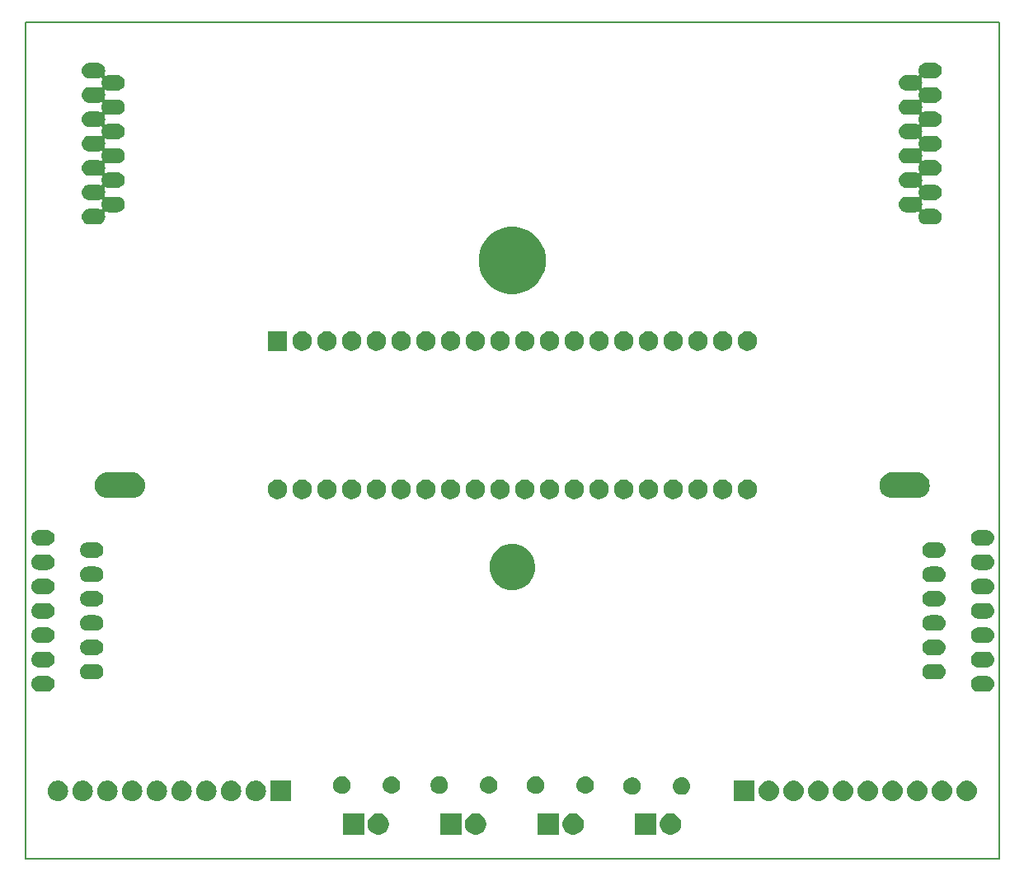
<source format=gbs>
%TF.GenerationSoftware,KiCad,Pcbnew,(5.0.2)-1*%
%TF.CreationDate,2019-02-27T18:32:07-08:00*%
%TF.ProjectId,kicad_port,6b696361-645f-4706-9f72-742e6b696361,rev?*%
%TF.SameCoordinates,Original*%
%TF.FileFunction,Soldermask,Bot*%
%TF.FilePolarity,Negative*%
%FSLAX46Y46*%
G04 Gerber Fmt 4.6, Leading zero omitted, Abs format (unit mm)*
G04 Created by KiCad (PCBNEW (5.0.2)-1) date 2/27/2019 6:32:07 PM*
%MOMM*%
%LPD*%
G01*
G04 APERTURE LIST*
%ADD10C,0.200000*%
%ADD11C,0.150000*%
G04 APERTURE END LIST*
D10*
X100000000Y-50000000D02*
X100000000Y-136000000D01*
X200000000Y-50000000D02*
X100000000Y-50000000D01*
X200000000Y-136000000D02*
X200000000Y-50000000D01*
X100000000Y-136000000D02*
X200000000Y-136000000D01*
D11*
G36*
X136560857Y-131342272D02*
X136761042Y-131425191D01*
X136941213Y-131545578D01*
X137094422Y-131698787D01*
X137214809Y-131878958D01*
X137297728Y-132079143D01*
X137340000Y-132291658D01*
X137340000Y-132508342D01*
X137297728Y-132720857D01*
X137214809Y-132921042D01*
X137094422Y-133101213D01*
X136941213Y-133254422D01*
X136761042Y-133374809D01*
X136560857Y-133457728D01*
X136348342Y-133500000D01*
X136131658Y-133500000D01*
X135919143Y-133457728D01*
X135718958Y-133374809D01*
X135538787Y-133254422D01*
X135385578Y-133101213D01*
X135265191Y-132921042D01*
X135182272Y-132720857D01*
X135140000Y-132508342D01*
X135140000Y-132291658D01*
X135182272Y-132079143D01*
X135265191Y-131878958D01*
X135385578Y-131698787D01*
X135538787Y-131545578D01*
X135718958Y-131425191D01*
X135919143Y-131342272D01*
X136131658Y-131300000D01*
X136348342Y-131300000D01*
X136560857Y-131342272D01*
X136560857Y-131342272D01*
G37*
G36*
X164800000Y-133500000D02*
X162600000Y-133500000D01*
X162600000Y-131300000D01*
X164800000Y-131300000D01*
X164800000Y-133500000D01*
X164800000Y-133500000D01*
G37*
G36*
X166560857Y-131342272D02*
X166761042Y-131425191D01*
X166941213Y-131545578D01*
X167094422Y-131698787D01*
X167214809Y-131878958D01*
X167297728Y-132079143D01*
X167340000Y-132291658D01*
X167340000Y-132508342D01*
X167297728Y-132720857D01*
X167214809Y-132921042D01*
X167094422Y-133101213D01*
X166941213Y-133254422D01*
X166761042Y-133374809D01*
X166560857Y-133457728D01*
X166348342Y-133500000D01*
X166131658Y-133500000D01*
X165919143Y-133457728D01*
X165718958Y-133374809D01*
X165538787Y-133254422D01*
X165385578Y-133101213D01*
X165265191Y-132921042D01*
X165182272Y-132720857D01*
X165140000Y-132508342D01*
X165140000Y-132291658D01*
X165182272Y-132079143D01*
X165265191Y-131878958D01*
X165385578Y-131698787D01*
X165538787Y-131545578D01*
X165718958Y-131425191D01*
X165919143Y-131342272D01*
X166131658Y-131300000D01*
X166348342Y-131300000D01*
X166560857Y-131342272D01*
X166560857Y-131342272D01*
G37*
G36*
X154800000Y-133500000D02*
X152600000Y-133500000D01*
X152600000Y-131300000D01*
X154800000Y-131300000D01*
X154800000Y-133500000D01*
X154800000Y-133500000D01*
G37*
G36*
X156560857Y-131342272D02*
X156761042Y-131425191D01*
X156941213Y-131545578D01*
X157094422Y-131698787D01*
X157214809Y-131878958D01*
X157297728Y-132079143D01*
X157340000Y-132291658D01*
X157340000Y-132508342D01*
X157297728Y-132720857D01*
X157214809Y-132921042D01*
X157094422Y-133101213D01*
X156941213Y-133254422D01*
X156761042Y-133374809D01*
X156560857Y-133457728D01*
X156348342Y-133500000D01*
X156131658Y-133500000D01*
X155919143Y-133457728D01*
X155718958Y-133374809D01*
X155538787Y-133254422D01*
X155385578Y-133101213D01*
X155265191Y-132921042D01*
X155182272Y-132720857D01*
X155140000Y-132508342D01*
X155140000Y-132291658D01*
X155182272Y-132079143D01*
X155265191Y-131878958D01*
X155385578Y-131698787D01*
X155538787Y-131545578D01*
X155718958Y-131425191D01*
X155919143Y-131342272D01*
X156131658Y-131300000D01*
X156348342Y-131300000D01*
X156560857Y-131342272D01*
X156560857Y-131342272D01*
G37*
G36*
X146560857Y-131342272D02*
X146761042Y-131425191D01*
X146941213Y-131545578D01*
X147094422Y-131698787D01*
X147214809Y-131878958D01*
X147297728Y-132079143D01*
X147340000Y-132291658D01*
X147340000Y-132508342D01*
X147297728Y-132720857D01*
X147214809Y-132921042D01*
X147094422Y-133101213D01*
X146941213Y-133254422D01*
X146761042Y-133374809D01*
X146560857Y-133457728D01*
X146348342Y-133500000D01*
X146131658Y-133500000D01*
X145919143Y-133457728D01*
X145718958Y-133374809D01*
X145538787Y-133254422D01*
X145385578Y-133101213D01*
X145265191Y-132921042D01*
X145182272Y-132720857D01*
X145140000Y-132508342D01*
X145140000Y-132291658D01*
X145182272Y-132079143D01*
X145265191Y-131878958D01*
X145385578Y-131698787D01*
X145538787Y-131545578D01*
X145718958Y-131425191D01*
X145919143Y-131342272D01*
X146131658Y-131300000D01*
X146348342Y-131300000D01*
X146560857Y-131342272D01*
X146560857Y-131342272D01*
G37*
G36*
X134800000Y-133500000D02*
X132600000Y-133500000D01*
X132600000Y-131300000D01*
X134800000Y-131300000D01*
X134800000Y-133500000D01*
X134800000Y-133500000D01*
G37*
G36*
X144800000Y-133500000D02*
X142600000Y-133500000D01*
X142600000Y-131300000D01*
X144800000Y-131300000D01*
X144800000Y-133500000D01*
X144800000Y-133500000D01*
G37*
G36*
X176468707Y-127957596D02*
X176545836Y-127965193D01*
X176652559Y-127997567D01*
X176743763Y-128025233D01*
X176926172Y-128122733D01*
X177086054Y-128253946D01*
X177217267Y-128413828D01*
X177314767Y-128596237D01*
X177314767Y-128596238D01*
X177374807Y-128794164D01*
X177395080Y-129000000D01*
X177374807Y-129205836D01*
X177346243Y-129300000D01*
X177314767Y-129403763D01*
X177217267Y-129586172D01*
X177086054Y-129746054D01*
X176926172Y-129877267D01*
X176743763Y-129974767D01*
X176677787Y-129994780D01*
X176545836Y-130034807D01*
X176468707Y-130042403D01*
X176391580Y-130050000D01*
X176288420Y-130050000D01*
X176211293Y-130042403D01*
X176134164Y-130034807D01*
X176002213Y-129994780D01*
X175936237Y-129974767D01*
X175753828Y-129877267D01*
X175593946Y-129746054D01*
X175462733Y-129586172D01*
X175365233Y-129403763D01*
X175333757Y-129300000D01*
X175305193Y-129205836D01*
X175284920Y-129000000D01*
X175305193Y-128794164D01*
X175365233Y-128596238D01*
X175365233Y-128596237D01*
X175462733Y-128413828D01*
X175593946Y-128253946D01*
X175753828Y-128122733D01*
X175936237Y-128025233D01*
X176027441Y-127997567D01*
X176134164Y-127965193D01*
X176211293Y-127957596D01*
X176288420Y-127950000D01*
X176391580Y-127950000D01*
X176468707Y-127957596D01*
X176468707Y-127957596D01*
G37*
G36*
X196788707Y-127957596D02*
X196865836Y-127965193D01*
X196972559Y-127997567D01*
X197063763Y-128025233D01*
X197246172Y-128122733D01*
X197406054Y-128253946D01*
X197537267Y-128413828D01*
X197634767Y-128596237D01*
X197634767Y-128596238D01*
X197694807Y-128794164D01*
X197715080Y-129000000D01*
X197694807Y-129205836D01*
X197666243Y-129300000D01*
X197634767Y-129403763D01*
X197537267Y-129586172D01*
X197406054Y-129746054D01*
X197246172Y-129877267D01*
X197063763Y-129974767D01*
X196997787Y-129994780D01*
X196865836Y-130034807D01*
X196788707Y-130042403D01*
X196711580Y-130050000D01*
X196608420Y-130050000D01*
X196531293Y-130042403D01*
X196454164Y-130034807D01*
X196322213Y-129994780D01*
X196256237Y-129974767D01*
X196073828Y-129877267D01*
X195913946Y-129746054D01*
X195782733Y-129586172D01*
X195685233Y-129403763D01*
X195653757Y-129300000D01*
X195625193Y-129205836D01*
X195604920Y-129000000D01*
X195625193Y-128794164D01*
X195685233Y-128596238D01*
X195685233Y-128596237D01*
X195782733Y-128413828D01*
X195913946Y-128253946D01*
X196073828Y-128122733D01*
X196256237Y-128025233D01*
X196347441Y-127997567D01*
X196454164Y-127965193D01*
X196531293Y-127957596D01*
X196608420Y-127950000D01*
X196711580Y-127950000D01*
X196788707Y-127957596D01*
X196788707Y-127957596D01*
G37*
G36*
X191708707Y-127957596D02*
X191785836Y-127965193D01*
X191892559Y-127997567D01*
X191983763Y-128025233D01*
X192166172Y-128122733D01*
X192326054Y-128253946D01*
X192457267Y-128413828D01*
X192554767Y-128596237D01*
X192554767Y-128596238D01*
X192614807Y-128794164D01*
X192635080Y-129000000D01*
X192614807Y-129205836D01*
X192586243Y-129300000D01*
X192554767Y-129403763D01*
X192457267Y-129586172D01*
X192326054Y-129746054D01*
X192166172Y-129877267D01*
X191983763Y-129974767D01*
X191917787Y-129994780D01*
X191785836Y-130034807D01*
X191708707Y-130042403D01*
X191631580Y-130050000D01*
X191528420Y-130050000D01*
X191451293Y-130042403D01*
X191374164Y-130034807D01*
X191242213Y-129994780D01*
X191176237Y-129974767D01*
X190993828Y-129877267D01*
X190833946Y-129746054D01*
X190702733Y-129586172D01*
X190605233Y-129403763D01*
X190573757Y-129300000D01*
X190545193Y-129205836D01*
X190524920Y-129000000D01*
X190545193Y-128794164D01*
X190605233Y-128596238D01*
X190605233Y-128596237D01*
X190702733Y-128413828D01*
X190833946Y-128253946D01*
X190993828Y-128122733D01*
X191176237Y-128025233D01*
X191267441Y-127997567D01*
X191374164Y-127965193D01*
X191451293Y-127957596D01*
X191528420Y-127950000D01*
X191631580Y-127950000D01*
X191708707Y-127957596D01*
X191708707Y-127957596D01*
G37*
G36*
X186628707Y-127957596D02*
X186705836Y-127965193D01*
X186812559Y-127997567D01*
X186903763Y-128025233D01*
X187086172Y-128122733D01*
X187246054Y-128253946D01*
X187377267Y-128413828D01*
X187474767Y-128596237D01*
X187474767Y-128596238D01*
X187534807Y-128794164D01*
X187555080Y-129000000D01*
X187534807Y-129205836D01*
X187506243Y-129300000D01*
X187474767Y-129403763D01*
X187377267Y-129586172D01*
X187246054Y-129746054D01*
X187086172Y-129877267D01*
X186903763Y-129974767D01*
X186837787Y-129994780D01*
X186705836Y-130034807D01*
X186628707Y-130042403D01*
X186551580Y-130050000D01*
X186448420Y-130050000D01*
X186371293Y-130042403D01*
X186294164Y-130034807D01*
X186162213Y-129994780D01*
X186096237Y-129974767D01*
X185913828Y-129877267D01*
X185753946Y-129746054D01*
X185622733Y-129586172D01*
X185525233Y-129403763D01*
X185493757Y-129300000D01*
X185465193Y-129205836D01*
X185444920Y-129000000D01*
X185465193Y-128794164D01*
X185525233Y-128596238D01*
X185525233Y-128596237D01*
X185622733Y-128413828D01*
X185753946Y-128253946D01*
X185913828Y-128122733D01*
X186096237Y-128025233D01*
X186187441Y-127997567D01*
X186294164Y-127965193D01*
X186371293Y-127957596D01*
X186448420Y-127950000D01*
X186551580Y-127950000D01*
X186628707Y-127957596D01*
X186628707Y-127957596D01*
G37*
G36*
X184088707Y-127957596D02*
X184165836Y-127965193D01*
X184272559Y-127997567D01*
X184363763Y-128025233D01*
X184546172Y-128122733D01*
X184706054Y-128253946D01*
X184837267Y-128413828D01*
X184934767Y-128596237D01*
X184934767Y-128596238D01*
X184994807Y-128794164D01*
X185015080Y-129000000D01*
X184994807Y-129205836D01*
X184966243Y-129300000D01*
X184934767Y-129403763D01*
X184837267Y-129586172D01*
X184706054Y-129746054D01*
X184546172Y-129877267D01*
X184363763Y-129974767D01*
X184297787Y-129994780D01*
X184165836Y-130034807D01*
X184088707Y-130042403D01*
X184011580Y-130050000D01*
X183908420Y-130050000D01*
X183831293Y-130042403D01*
X183754164Y-130034807D01*
X183622213Y-129994780D01*
X183556237Y-129974767D01*
X183373828Y-129877267D01*
X183213946Y-129746054D01*
X183082733Y-129586172D01*
X182985233Y-129403763D01*
X182953757Y-129300000D01*
X182925193Y-129205836D01*
X182904920Y-129000000D01*
X182925193Y-128794164D01*
X182985233Y-128596238D01*
X182985233Y-128596237D01*
X183082733Y-128413828D01*
X183213946Y-128253946D01*
X183373828Y-128122733D01*
X183556237Y-128025233D01*
X183647441Y-127997567D01*
X183754164Y-127965193D01*
X183831293Y-127957596D01*
X183908420Y-127950000D01*
X184011580Y-127950000D01*
X184088707Y-127957596D01*
X184088707Y-127957596D01*
G37*
G36*
X181548707Y-127957596D02*
X181625836Y-127965193D01*
X181732559Y-127997567D01*
X181823763Y-128025233D01*
X182006172Y-128122733D01*
X182166054Y-128253946D01*
X182297267Y-128413828D01*
X182394767Y-128596237D01*
X182394767Y-128596238D01*
X182454807Y-128794164D01*
X182475080Y-129000000D01*
X182454807Y-129205836D01*
X182426243Y-129300000D01*
X182394767Y-129403763D01*
X182297267Y-129586172D01*
X182166054Y-129746054D01*
X182006172Y-129877267D01*
X181823763Y-129974767D01*
X181757787Y-129994780D01*
X181625836Y-130034807D01*
X181548707Y-130042403D01*
X181471580Y-130050000D01*
X181368420Y-130050000D01*
X181291293Y-130042403D01*
X181214164Y-130034807D01*
X181082213Y-129994780D01*
X181016237Y-129974767D01*
X180833828Y-129877267D01*
X180673946Y-129746054D01*
X180542733Y-129586172D01*
X180445233Y-129403763D01*
X180413757Y-129300000D01*
X180385193Y-129205836D01*
X180364920Y-129000000D01*
X180385193Y-128794164D01*
X180445233Y-128596238D01*
X180445233Y-128596237D01*
X180542733Y-128413828D01*
X180673946Y-128253946D01*
X180833828Y-128122733D01*
X181016237Y-128025233D01*
X181107441Y-127997567D01*
X181214164Y-127965193D01*
X181291293Y-127957596D01*
X181368420Y-127950000D01*
X181471580Y-127950000D01*
X181548707Y-127957596D01*
X181548707Y-127957596D01*
G37*
G36*
X179008707Y-127957596D02*
X179085836Y-127965193D01*
X179192559Y-127997567D01*
X179283763Y-128025233D01*
X179466172Y-128122733D01*
X179626054Y-128253946D01*
X179757267Y-128413828D01*
X179854767Y-128596237D01*
X179854767Y-128596238D01*
X179914807Y-128794164D01*
X179935080Y-129000000D01*
X179914807Y-129205836D01*
X179886243Y-129300000D01*
X179854767Y-129403763D01*
X179757267Y-129586172D01*
X179626054Y-129746054D01*
X179466172Y-129877267D01*
X179283763Y-129974767D01*
X179217787Y-129994780D01*
X179085836Y-130034807D01*
X179008707Y-130042403D01*
X178931580Y-130050000D01*
X178828420Y-130050000D01*
X178751293Y-130042403D01*
X178674164Y-130034807D01*
X178542213Y-129994780D01*
X178476237Y-129974767D01*
X178293828Y-129877267D01*
X178133946Y-129746054D01*
X178002733Y-129586172D01*
X177905233Y-129403763D01*
X177873757Y-129300000D01*
X177845193Y-129205836D01*
X177824920Y-129000000D01*
X177845193Y-128794164D01*
X177905233Y-128596238D01*
X177905233Y-128596237D01*
X178002733Y-128413828D01*
X178133946Y-128253946D01*
X178293828Y-128122733D01*
X178476237Y-128025233D01*
X178567441Y-127997567D01*
X178674164Y-127965193D01*
X178751293Y-127957596D01*
X178828420Y-127950000D01*
X178931580Y-127950000D01*
X179008707Y-127957596D01*
X179008707Y-127957596D01*
G37*
G36*
X174850000Y-130050000D02*
X172750000Y-130050000D01*
X172750000Y-127950000D01*
X174850000Y-127950000D01*
X174850000Y-130050000D01*
X174850000Y-130050000D01*
G37*
G36*
X189168707Y-127957596D02*
X189245836Y-127965193D01*
X189352559Y-127997567D01*
X189443763Y-128025233D01*
X189626172Y-128122733D01*
X189786054Y-128253946D01*
X189917267Y-128413828D01*
X190014767Y-128596237D01*
X190014767Y-128596238D01*
X190074807Y-128794164D01*
X190095080Y-129000000D01*
X190074807Y-129205836D01*
X190046243Y-129300000D01*
X190014767Y-129403763D01*
X189917267Y-129586172D01*
X189786054Y-129746054D01*
X189626172Y-129877267D01*
X189443763Y-129974767D01*
X189377787Y-129994780D01*
X189245836Y-130034807D01*
X189168707Y-130042403D01*
X189091580Y-130050000D01*
X188988420Y-130050000D01*
X188911293Y-130042403D01*
X188834164Y-130034807D01*
X188702213Y-129994780D01*
X188636237Y-129974767D01*
X188453828Y-129877267D01*
X188293946Y-129746054D01*
X188162733Y-129586172D01*
X188065233Y-129403763D01*
X188033757Y-129300000D01*
X188005193Y-129205836D01*
X187984920Y-129000000D01*
X188005193Y-128794164D01*
X188065233Y-128596238D01*
X188065233Y-128596237D01*
X188162733Y-128413828D01*
X188293946Y-128253946D01*
X188453828Y-128122733D01*
X188636237Y-128025233D01*
X188727441Y-127997567D01*
X188834164Y-127965193D01*
X188911293Y-127957596D01*
X188988420Y-127950000D01*
X189091580Y-127950000D01*
X189168707Y-127957596D01*
X189168707Y-127957596D01*
G37*
G36*
X103468707Y-127957596D02*
X103545836Y-127965193D01*
X103652559Y-127997567D01*
X103743763Y-128025233D01*
X103926172Y-128122733D01*
X104086054Y-128253946D01*
X104217267Y-128413828D01*
X104314767Y-128596237D01*
X104314767Y-128596238D01*
X104374807Y-128794164D01*
X104395080Y-129000000D01*
X104374807Y-129205836D01*
X104346243Y-129300000D01*
X104314767Y-129403763D01*
X104217267Y-129586172D01*
X104086054Y-129746054D01*
X103926172Y-129877267D01*
X103743763Y-129974767D01*
X103677787Y-129994780D01*
X103545836Y-130034807D01*
X103468707Y-130042403D01*
X103391580Y-130050000D01*
X103288420Y-130050000D01*
X103211293Y-130042403D01*
X103134164Y-130034807D01*
X103002213Y-129994780D01*
X102936237Y-129974767D01*
X102753828Y-129877267D01*
X102593946Y-129746054D01*
X102462733Y-129586172D01*
X102365233Y-129403763D01*
X102333757Y-129300000D01*
X102305193Y-129205836D01*
X102284920Y-129000000D01*
X102305193Y-128794164D01*
X102365233Y-128596238D01*
X102365233Y-128596237D01*
X102462733Y-128413828D01*
X102593946Y-128253946D01*
X102753828Y-128122733D01*
X102936237Y-128025233D01*
X103027441Y-127997567D01*
X103134164Y-127965193D01*
X103211293Y-127957596D01*
X103288420Y-127950000D01*
X103391580Y-127950000D01*
X103468707Y-127957596D01*
X103468707Y-127957596D01*
G37*
G36*
X108548707Y-127957596D02*
X108625836Y-127965193D01*
X108732559Y-127997567D01*
X108823763Y-128025233D01*
X109006172Y-128122733D01*
X109166054Y-128253946D01*
X109297267Y-128413828D01*
X109394767Y-128596237D01*
X109394767Y-128596238D01*
X109454807Y-128794164D01*
X109475080Y-129000000D01*
X109454807Y-129205836D01*
X109426243Y-129300000D01*
X109394767Y-129403763D01*
X109297267Y-129586172D01*
X109166054Y-129746054D01*
X109006172Y-129877267D01*
X108823763Y-129974767D01*
X108757787Y-129994780D01*
X108625836Y-130034807D01*
X108548707Y-130042403D01*
X108471580Y-130050000D01*
X108368420Y-130050000D01*
X108291293Y-130042403D01*
X108214164Y-130034807D01*
X108082213Y-129994780D01*
X108016237Y-129974767D01*
X107833828Y-129877267D01*
X107673946Y-129746054D01*
X107542733Y-129586172D01*
X107445233Y-129403763D01*
X107413757Y-129300000D01*
X107385193Y-129205836D01*
X107364920Y-129000000D01*
X107385193Y-128794164D01*
X107445233Y-128596238D01*
X107445233Y-128596237D01*
X107542733Y-128413828D01*
X107673946Y-128253946D01*
X107833828Y-128122733D01*
X108016237Y-128025233D01*
X108107441Y-127997567D01*
X108214164Y-127965193D01*
X108291293Y-127957596D01*
X108368420Y-127950000D01*
X108471580Y-127950000D01*
X108548707Y-127957596D01*
X108548707Y-127957596D01*
G37*
G36*
X127250000Y-130050000D02*
X125150000Y-130050000D01*
X125150000Y-127950000D01*
X127250000Y-127950000D01*
X127250000Y-130050000D01*
X127250000Y-130050000D01*
G37*
G36*
X194248707Y-127957596D02*
X194325836Y-127965193D01*
X194432559Y-127997567D01*
X194523763Y-128025233D01*
X194706172Y-128122733D01*
X194866054Y-128253946D01*
X194997267Y-128413828D01*
X195094767Y-128596237D01*
X195094767Y-128596238D01*
X195154807Y-128794164D01*
X195175080Y-129000000D01*
X195154807Y-129205836D01*
X195126243Y-129300000D01*
X195094767Y-129403763D01*
X194997267Y-129586172D01*
X194866054Y-129746054D01*
X194706172Y-129877267D01*
X194523763Y-129974767D01*
X194457787Y-129994780D01*
X194325836Y-130034807D01*
X194248707Y-130042403D01*
X194171580Y-130050000D01*
X194068420Y-130050000D01*
X193991293Y-130042403D01*
X193914164Y-130034807D01*
X193782213Y-129994780D01*
X193716237Y-129974767D01*
X193533828Y-129877267D01*
X193373946Y-129746054D01*
X193242733Y-129586172D01*
X193145233Y-129403763D01*
X193113757Y-129300000D01*
X193085193Y-129205836D01*
X193064920Y-129000000D01*
X193085193Y-128794164D01*
X193145233Y-128596238D01*
X193145233Y-128596237D01*
X193242733Y-128413828D01*
X193373946Y-128253946D01*
X193533828Y-128122733D01*
X193716237Y-128025233D01*
X193807441Y-127997567D01*
X193914164Y-127965193D01*
X193991293Y-127957596D01*
X194068420Y-127950000D01*
X194171580Y-127950000D01*
X194248707Y-127957596D01*
X194248707Y-127957596D01*
G37*
G36*
X123788707Y-127957596D02*
X123865836Y-127965193D01*
X123972559Y-127997567D01*
X124063763Y-128025233D01*
X124246172Y-128122733D01*
X124406054Y-128253946D01*
X124537267Y-128413828D01*
X124634767Y-128596237D01*
X124634767Y-128596238D01*
X124694807Y-128794164D01*
X124715080Y-129000000D01*
X124694807Y-129205836D01*
X124666243Y-129300000D01*
X124634767Y-129403763D01*
X124537267Y-129586172D01*
X124406054Y-129746054D01*
X124246172Y-129877267D01*
X124063763Y-129974767D01*
X123997787Y-129994780D01*
X123865836Y-130034807D01*
X123788707Y-130042403D01*
X123711580Y-130050000D01*
X123608420Y-130050000D01*
X123531293Y-130042403D01*
X123454164Y-130034807D01*
X123322213Y-129994780D01*
X123256237Y-129974767D01*
X123073828Y-129877267D01*
X122913946Y-129746054D01*
X122782733Y-129586172D01*
X122685233Y-129403763D01*
X122653757Y-129300000D01*
X122625193Y-129205836D01*
X122604920Y-129000000D01*
X122625193Y-128794164D01*
X122685233Y-128596238D01*
X122685233Y-128596237D01*
X122782733Y-128413828D01*
X122913946Y-128253946D01*
X123073828Y-128122733D01*
X123256237Y-128025233D01*
X123347441Y-127997567D01*
X123454164Y-127965193D01*
X123531293Y-127957596D01*
X123608420Y-127950000D01*
X123711580Y-127950000D01*
X123788707Y-127957596D01*
X123788707Y-127957596D01*
G37*
G36*
X121248707Y-127957596D02*
X121325836Y-127965193D01*
X121432559Y-127997567D01*
X121523763Y-128025233D01*
X121706172Y-128122733D01*
X121866054Y-128253946D01*
X121997267Y-128413828D01*
X122094767Y-128596237D01*
X122094767Y-128596238D01*
X122154807Y-128794164D01*
X122175080Y-129000000D01*
X122154807Y-129205836D01*
X122126243Y-129300000D01*
X122094767Y-129403763D01*
X121997267Y-129586172D01*
X121866054Y-129746054D01*
X121706172Y-129877267D01*
X121523763Y-129974767D01*
X121457787Y-129994780D01*
X121325836Y-130034807D01*
X121248707Y-130042403D01*
X121171580Y-130050000D01*
X121068420Y-130050000D01*
X120991293Y-130042403D01*
X120914164Y-130034807D01*
X120782213Y-129994780D01*
X120716237Y-129974767D01*
X120533828Y-129877267D01*
X120373946Y-129746054D01*
X120242733Y-129586172D01*
X120145233Y-129403763D01*
X120113757Y-129300000D01*
X120085193Y-129205836D01*
X120064920Y-129000000D01*
X120085193Y-128794164D01*
X120145233Y-128596238D01*
X120145233Y-128596237D01*
X120242733Y-128413828D01*
X120373946Y-128253946D01*
X120533828Y-128122733D01*
X120716237Y-128025233D01*
X120807441Y-127997567D01*
X120914164Y-127965193D01*
X120991293Y-127957596D01*
X121068420Y-127950000D01*
X121171580Y-127950000D01*
X121248707Y-127957596D01*
X121248707Y-127957596D01*
G37*
G36*
X118708707Y-127957596D02*
X118785836Y-127965193D01*
X118892559Y-127997567D01*
X118983763Y-128025233D01*
X119166172Y-128122733D01*
X119326054Y-128253946D01*
X119457267Y-128413828D01*
X119554767Y-128596237D01*
X119554767Y-128596238D01*
X119614807Y-128794164D01*
X119635080Y-129000000D01*
X119614807Y-129205836D01*
X119586243Y-129300000D01*
X119554767Y-129403763D01*
X119457267Y-129586172D01*
X119326054Y-129746054D01*
X119166172Y-129877267D01*
X118983763Y-129974767D01*
X118917787Y-129994780D01*
X118785836Y-130034807D01*
X118708707Y-130042403D01*
X118631580Y-130050000D01*
X118528420Y-130050000D01*
X118451293Y-130042403D01*
X118374164Y-130034807D01*
X118242213Y-129994780D01*
X118176237Y-129974767D01*
X117993828Y-129877267D01*
X117833946Y-129746054D01*
X117702733Y-129586172D01*
X117605233Y-129403763D01*
X117573757Y-129300000D01*
X117545193Y-129205836D01*
X117524920Y-129000000D01*
X117545193Y-128794164D01*
X117605233Y-128596238D01*
X117605233Y-128596237D01*
X117702733Y-128413828D01*
X117833946Y-128253946D01*
X117993828Y-128122733D01*
X118176237Y-128025233D01*
X118267441Y-127997567D01*
X118374164Y-127965193D01*
X118451293Y-127957596D01*
X118528420Y-127950000D01*
X118631580Y-127950000D01*
X118708707Y-127957596D01*
X118708707Y-127957596D01*
G37*
G36*
X116168707Y-127957596D02*
X116245836Y-127965193D01*
X116352559Y-127997567D01*
X116443763Y-128025233D01*
X116626172Y-128122733D01*
X116786054Y-128253946D01*
X116917267Y-128413828D01*
X117014767Y-128596237D01*
X117014767Y-128596238D01*
X117074807Y-128794164D01*
X117095080Y-129000000D01*
X117074807Y-129205836D01*
X117046243Y-129300000D01*
X117014767Y-129403763D01*
X116917267Y-129586172D01*
X116786054Y-129746054D01*
X116626172Y-129877267D01*
X116443763Y-129974767D01*
X116377787Y-129994780D01*
X116245836Y-130034807D01*
X116168707Y-130042403D01*
X116091580Y-130050000D01*
X115988420Y-130050000D01*
X115911293Y-130042403D01*
X115834164Y-130034807D01*
X115702213Y-129994780D01*
X115636237Y-129974767D01*
X115453828Y-129877267D01*
X115293946Y-129746054D01*
X115162733Y-129586172D01*
X115065233Y-129403763D01*
X115033757Y-129300000D01*
X115005193Y-129205836D01*
X114984920Y-129000000D01*
X115005193Y-128794164D01*
X115065233Y-128596238D01*
X115065233Y-128596237D01*
X115162733Y-128413828D01*
X115293946Y-128253946D01*
X115453828Y-128122733D01*
X115636237Y-128025233D01*
X115727441Y-127997567D01*
X115834164Y-127965193D01*
X115911293Y-127957596D01*
X115988420Y-127950000D01*
X116091580Y-127950000D01*
X116168707Y-127957596D01*
X116168707Y-127957596D01*
G37*
G36*
X113628707Y-127957596D02*
X113705836Y-127965193D01*
X113812559Y-127997567D01*
X113903763Y-128025233D01*
X114086172Y-128122733D01*
X114246054Y-128253946D01*
X114377267Y-128413828D01*
X114474767Y-128596237D01*
X114474767Y-128596238D01*
X114534807Y-128794164D01*
X114555080Y-129000000D01*
X114534807Y-129205836D01*
X114506243Y-129300000D01*
X114474767Y-129403763D01*
X114377267Y-129586172D01*
X114246054Y-129746054D01*
X114086172Y-129877267D01*
X113903763Y-129974767D01*
X113837787Y-129994780D01*
X113705836Y-130034807D01*
X113628707Y-130042403D01*
X113551580Y-130050000D01*
X113448420Y-130050000D01*
X113371293Y-130042403D01*
X113294164Y-130034807D01*
X113162213Y-129994780D01*
X113096237Y-129974767D01*
X112913828Y-129877267D01*
X112753946Y-129746054D01*
X112622733Y-129586172D01*
X112525233Y-129403763D01*
X112493757Y-129300000D01*
X112465193Y-129205836D01*
X112444920Y-129000000D01*
X112465193Y-128794164D01*
X112525233Y-128596238D01*
X112525233Y-128596237D01*
X112622733Y-128413828D01*
X112753946Y-128253946D01*
X112913828Y-128122733D01*
X113096237Y-128025233D01*
X113187441Y-127997567D01*
X113294164Y-127965193D01*
X113371293Y-127957596D01*
X113448420Y-127950000D01*
X113551580Y-127950000D01*
X113628707Y-127957596D01*
X113628707Y-127957596D01*
G37*
G36*
X111088707Y-127957596D02*
X111165836Y-127965193D01*
X111272559Y-127997567D01*
X111363763Y-128025233D01*
X111546172Y-128122733D01*
X111706054Y-128253946D01*
X111837267Y-128413828D01*
X111934767Y-128596237D01*
X111934767Y-128596238D01*
X111994807Y-128794164D01*
X112015080Y-129000000D01*
X111994807Y-129205836D01*
X111966243Y-129300000D01*
X111934767Y-129403763D01*
X111837267Y-129586172D01*
X111706054Y-129746054D01*
X111546172Y-129877267D01*
X111363763Y-129974767D01*
X111297787Y-129994780D01*
X111165836Y-130034807D01*
X111088707Y-130042403D01*
X111011580Y-130050000D01*
X110908420Y-130050000D01*
X110831293Y-130042403D01*
X110754164Y-130034807D01*
X110622213Y-129994780D01*
X110556237Y-129974767D01*
X110373828Y-129877267D01*
X110213946Y-129746054D01*
X110082733Y-129586172D01*
X109985233Y-129403763D01*
X109953757Y-129300000D01*
X109925193Y-129205836D01*
X109904920Y-129000000D01*
X109925193Y-128794164D01*
X109985233Y-128596238D01*
X109985233Y-128596237D01*
X110082733Y-128413828D01*
X110213946Y-128253946D01*
X110373828Y-128122733D01*
X110556237Y-128025233D01*
X110647441Y-127997567D01*
X110754164Y-127965193D01*
X110831293Y-127957596D01*
X110908420Y-127950000D01*
X111011580Y-127950000D01*
X111088707Y-127957596D01*
X111088707Y-127957596D01*
G37*
G36*
X106008707Y-127957596D02*
X106085836Y-127965193D01*
X106192559Y-127997567D01*
X106283763Y-128025233D01*
X106466172Y-128122733D01*
X106626054Y-128253946D01*
X106757267Y-128413828D01*
X106854767Y-128596237D01*
X106854767Y-128596238D01*
X106914807Y-128794164D01*
X106935080Y-129000000D01*
X106914807Y-129205836D01*
X106886243Y-129300000D01*
X106854767Y-129403763D01*
X106757267Y-129586172D01*
X106626054Y-129746054D01*
X106466172Y-129877267D01*
X106283763Y-129974767D01*
X106217787Y-129994780D01*
X106085836Y-130034807D01*
X106008707Y-130042403D01*
X105931580Y-130050000D01*
X105828420Y-130050000D01*
X105751293Y-130042403D01*
X105674164Y-130034807D01*
X105542213Y-129994780D01*
X105476237Y-129974767D01*
X105293828Y-129877267D01*
X105133946Y-129746054D01*
X105002733Y-129586172D01*
X104905233Y-129403763D01*
X104873757Y-129300000D01*
X104845193Y-129205836D01*
X104824920Y-129000000D01*
X104845193Y-128794164D01*
X104905233Y-128596238D01*
X104905233Y-128596237D01*
X105002733Y-128413828D01*
X105133946Y-128253946D01*
X105293828Y-128122733D01*
X105476237Y-128025233D01*
X105567441Y-127997567D01*
X105674164Y-127965193D01*
X105751293Y-127957596D01*
X105828420Y-127950000D01*
X105931580Y-127950000D01*
X106008707Y-127957596D01*
X106008707Y-127957596D01*
G37*
G36*
X167556432Y-127613022D02*
X167726081Y-127664485D01*
X167882433Y-127748056D01*
X168019475Y-127860525D01*
X168131944Y-127997567D01*
X168215515Y-128153919D01*
X168266978Y-128323568D01*
X168284354Y-128500000D01*
X168266978Y-128676432D01*
X168215515Y-128846081D01*
X168131944Y-129002433D01*
X168019475Y-129139475D01*
X167882433Y-129251944D01*
X167726081Y-129335515D01*
X167556432Y-129386978D01*
X167424211Y-129400000D01*
X167335789Y-129400000D01*
X167203568Y-129386978D01*
X167033919Y-129335515D01*
X166877567Y-129251944D01*
X166740525Y-129139475D01*
X166628056Y-129002433D01*
X166544485Y-128846081D01*
X166493022Y-128676432D01*
X166475646Y-128500000D01*
X166493022Y-128323568D01*
X166544485Y-128153919D01*
X166628056Y-127997567D01*
X166740525Y-127860525D01*
X166877567Y-127748056D01*
X167033919Y-127664485D01*
X167203568Y-127613022D01*
X167335789Y-127600000D01*
X167424211Y-127600000D01*
X167556432Y-127613022D01*
X167556432Y-127613022D01*
G37*
G36*
X162562521Y-127634586D02*
X162726309Y-127702429D01*
X162873720Y-127800926D01*
X162999074Y-127926280D01*
X163097571Y-128073691D01*
X163165414Y-128237479D01*
X163200000Y-128411356D01*
X163200000Y-128588644D01*
X163165414Y-128762521D01*
X163097571Y-128926309D01*
X162999074Y-129073720D01*
X162873720Y-129199074D01*
X162726309Y-129297571D01*
X162562521Y-129365414D01*
X162388644Y-129400000D01*
X162211356Y-129400000D01*
X162037479Y-129365414D01*
X161873691Y-129297571D01*
X161726280Y-129199074D01*
X161600926Y-129073720D01*
X161502429Y-128926309D01*
X161434586Y-128762521D01*
X161400000Y-128588644D01*
X161400000Y-128411356D01*
X161434586Y-128237479D01*
X161502429Y-128073691D01*
X161600926Y-127926280D01*
X161726280Y-127800926D01*
X161873691Y-127702429D01*
X162037479Y-127634586D01*
X162211356Y-127600000D01*
X162388644Y-127600000D01*
X162562521Y-127634586D01*
X162562521Y-127634586D01*
G37*
G36*
X157656432Y-127513022D02*
X157826081Y-127564485D01*
X157982433Y-127648056D01*
X158119475Y-127760525D01*
X158231944Y-127897567D01*
X158315515Y-128053919D01*
X158366978Y-128223568D01*
X158384354Y-128400000D01*
X158366978Y-128576432D01*
X158315515Y-128746081D01*
X158231944Y-128902433D01*
X158119475Y-129039475D01*
X157982433Y-129151944D01*
X157826081Y-129235515D01*
X157656432Y-129286978D01*
X157524211Y-129300000D01*
X157435789Y-129300000D01*
X157303568Y-129286978D01*
X157133919Y-129235515D01*
X156977567Y-129151944D01*
X156840525Y-129039475D01*
X156728056Y-128902433D01*
X156644485Y-128746081D01*
X156593022Y-128576432D01*
X156575646Y-128400000D01*
X156593022Y-128223568D01*
X156644485Y-128053919D01*
X156728056Y-127897567D01*
X156840525Y-127760525D01*
X156977567Y-127648056D01*
X157133919Y-127564485D01*
X157303568Y-127513022D01*
X157435789Y-127500000D01*
X157524211Y-127500000D01*
X157656432Y-127513022D01*
X157656432Y-127513022D01*
G37*
G36*
X152662521Y-127534586D02*
X152826309Y-127602429D01*
X152973720Y-127700926D01*
X153099074Y-127826280D01*
X153197571Y-127973691D01*
X153265414Y-128137479D01*
X153300000Y-128311356D01*
X153300000Y-128488644D01*
X153265414Y-128662521D01*
X153197571Y-128826309D01*
X153099074Y-128973720D01*
X152973720Y-129099074D01*
X152826309Y-129197571D01*
X152662521Y-129265414D01*
X152488644Y-129300000D01*
X152311356Y-129300000D01*
X152137479Y-129265414D01*
X151973691Y-129197571D01*
X151826280Y-129099074D01*
X151700926Y-128973720D01*
X151602429Y-128826309D01*
X151534586Y-128662521D01*
X151500000Y-128488644D01*
X151500000Y-128311356D01*
X151534586Y-128137479D01*
X151602429Y-127973691D01*
X151700926Y-127826280D01*
X151826280Y-127700926D01*
X151973691Y-127602429D01*
X152137479Y-127534586D01*
X152311356Y-127500000D01*
X152488644Y-127500000D01*
X152662521Y-127534586D01*
X152662521Y-127534586D01*
G37*
G36*
X147756432Y-127513022D02*
X147926081Y-127564485D01*
X148082433Y-127648056D01*
X148219475Y-127760525D01*
X148331944Y-127897567D01*
X148415515Y-128053919D01*
X148466978Y-128223568D01*
X148484354Y-128400000D01*
X148466978Y-128576432D01*
X148415515Y-128746081D01*
X148331944Y-128902433D01*
X148219475Y-129039475D01*
X148082433Y-129151944D01*
X147926081Y-129235515D01*
X147756432Y-129286978D01*
X147624211Y-129300000D01*
X147535789Y-129300000D01*
X147403568Y-129286978D01*
X147233919Y-129235515D01*
X147077567Y-129151944D01*
X146940525Y-129039475D01*
X146828056Y-128902433D01*
X146744485Y-128746081D01*
X146693022Y-128576432D01*
X146675646Y-128400000D01*
X146693022Y-128223568D01*
X146744485Y-128053919D01*
X146828056Y-127897567D01*
X146940525Y-127760525D01*
X147077567Y-127648056D01*
X147233919Y-127564485D01*
X147403568Y-127513022D01*
X147535789Y-127500000D01*
X147624211Y-127500000D01*
X147756432Y-127513022D01*
X147756432Y-127513022D01*
G37*
G36*
X142762521Y-127534586D02*
X142926309Y-127602429D01*
X143073720Y-127700926D01*
X143199074Y-127826280D01*
X143297571Y-127973691D01*
X143365414Y-128137479D01*
X143400000Y-128311356D01*
X143400000Y-128488644D01*
X143365414Y-128662521D01*
X143297571Y-128826309D01*
X143199074Y-128973720D01*
X143073720Y-129099074D01*
X142926309Y-129197571D01*
X142762521Y-129265414D01*
X142588644Y-129300000D01*
X142411356Y-129300000D01*
X142237479Y-129265414D01*
X142073691Y-129197571D01*
X141926280Y-129099074D01*
X141800926Y-128973720D01*
X141702429Y-128826309D01*
X141634586Y-128662521D01*
X141600000Y-128488644D01*
X141600000Y-128311356D01*
X141634586Y-128137479D01*
X141702429Y-127973691D01*
X141800926Y-127826280D01*
X141926280Y-127700926D01*
X142073691Y-127602429D01*
X142237479Y-127534586D01*
X142411356Y-127500000D01*
X142588644Y-127500000D01*
X142762521Y-127534586D01*
X142762521Y-127534586D01*
G37*
G36*
X132762521Y-127534586D02*
X132926309Y-127602429D01*
X133073720Y-127700926D01*
X133199074Y-127826280D01*
X133297571Y-127973691D01*
X133365414Y-128137479D01*
X133400000Y-128311356D01*
X133400000Y-128488644D01*
X133365414Y-128662521D01*
X133297571Y-128826309D01*
X133199074Y-128973720D01*
X133073720Y-129099074D01*
X132926309Y-129197571D01*
X132762521Y-129265414D01*
X132588644Y-129300000D01*
X132411356Y-129300000D01*
X132237479Y-129265414D01*
X132073691Y-129197571D01*
X131926280Y-129099074D01*
X131800926Y-128973720D01*
X131702429Y-128826309D01*
X131634586Y-128662521D01*
X131600000Y-128488644D01*
X131600000Y-128311356D01*
X131634586Y-128137479D01*
X131702429Y-127973691D01*
X131800926Y-127826280D01*
X131926280Y-127700926D01*
X132073691Y-127602429D01*
X132237479Y-127534586D01*
X132411356Y-127500000D01*
X132588644Y-127500000D01*
X132762521Y-127534586D01*
X132762521Y-127534586D01*
G37*
G36*
X137756432Y-127513022D02*
X137926081Y-127564485D01*
X138082433Y-127648056D01*
X138219475Y-127760525D01*
X138331944Y-127897567D01*
X138415515Y-128053919D01*
X138466978Y-128223568D01*
X138484354Y-128400000D01*
X138466978Y-128576432D01*
X138415515Y-128746081D01*
X138331944Y-128902433D01*
X138219475Y-129039475D01*
X138082433Y-129151944D01*
X137926081Y-129235515D01*
X137756432Y-129286978D01*
X137624211Y-129300000D01*
X137535789Y-129300000D01*
X137403568Y-129286978D01*
X137233919Y-129235515D01*
X137077567Y-129151944D01*
X136940525Y-129039475D01*
X136828056Y-128902433D01*
X136744485Y-128746081D01*
X136693022Y-128576432D01*
X136675646Y-128400000D01*
X136693022Y-128223568D01*
X136744485Y-128053919D01*
X136828056Y-127897567D01*
X136940525Y-127760525D01*
X137077567Y-127648056D01*
X137233919Y-127564485D01*
X137403568Y-127513022D01*
X137535789Y-127500000D01*
X137624211Y-127500000D01*
X137756432Y-127513022D01*
X137756432Y-127513022D01*
G37*
G36*
X102317649Y-117207717D02*
X102356827Y-117211576D01*
X102432227Y-117234448D01*
X102507629Y-117257321D01*
X102646608Y-117331608D01*
X102768422Y-117431578D01*
X102868392Y-117553392D01*
X102942679Y-117692371D01*
X102988424Y-117843174D01*
X103003870Y-118000000D01*
X102988424Y-118156826D01*
X102942679Y-118307629D01*
X102868392Y-118446608D01*
X102768422Y-118568422D01*
X102646608Y-118668392D01*
X102507629Y-118742679D01*
X102432228Y-118765551D01*
X102356827Y-118788424D01*
X102317649Y-118792283D01*
X102239295Y-118800000D01*
X101360705Y-118800000D01*
X101282351Y-118792283D01*
X101243173Y-118788424D01*
X101167772Y-118765551D01*
X101092371Y-118742679D01*
X100953392Y-118668392D01*
X100831578Y-118568422D01*
X100731608Y-118446608D01*
X100657321Y-118307629D01*
X100611576Y-118156826D01*
X100596130Y-118000000D01*
X100611576Y-117843174D01*
X100657321Y-117692371D01*
X100731608Y-117553392D01*
X100831578Y-117431578D01*
X100953392Y-117331608D01*
X101092371Y-117257321D01*
X101167773Y-117234448D01*
X101243173Y-117211576D01*
X101282351Y-117207717D01*
X101360705Y-117200000D01*
X102239295Y-117200000D01*
X102317649Y-117207717D01*
X102317649Y-117207717D01*
G37*
G36*
X198817649Y-117207717D02*
X198856827Y-117211576D01*
X198932227Y-117234448D01*
X199007629Y-117257321D01*
X199146608Y-117331608D01*
X199268422Y-117431578D01*
X199368392Y-117553392D01*
X199442679Y-117692371D01*
X199488424Y-117843174D01*
X199503870Y-118000000D01*
X199488424Y-118156826D01*
X199442679Y-118307629D01*
X199368392Y-118446608D01*
X199268422Y-118568422D01*
X199146608Y-118668392D01*
X199007629Y-118742679D01*
X198932228Y-118765551D01*
X198856827Y-118788424D01*
X198817649Y-118792283D01*
X198739295Y-118800000D01*
X197860705Y-118800000D01*
X197782351Y-118792283D01*
X197743173Y-118788424D01*
X197667772Y-118765551D01*
X197592371Y-118742679D01*
X197453392Y-118668392D01*
X197331578Y-118568422D01*
X197231608Y-118446608D01*
X197157321Y-118307629D01*
X197111576Y-118156826D01*
X197096130Y-118000000D01*
X197111576Y-117843174D01*
X197157321Y-117692371D01*
X197231608Y-117553392D01*
X197331578Y-117431578D01*
X197453392Y-117331608D01*
X197592371Y-117257321D01*
X197667773Y-117234448D01*
X197743173Y-117211576D01*
X197782351Y-117207717D01*
X197860705Y-117200000D01*
X198739295Y-117200000D01*
X198817649Y-117207717D01*
X198817649Y-117207717D01*
G37*
G36*
X193817649Y-115957717D02*
X193856827Y-115961576D01*
X193932227Y-115984448D01*
X194007629Y-116007321D01*
X194146608Y-116081608D01*
X194268422Y-116181578D01*
X194368392Y-116303392D01*
X194442679Y-116442371D01*
X194488424Y-116593174D01*
X194503870Y-116750000D01*
X194488424Y-116906826D01*
X194442679Y-117057629D01*
X194368392Y-117196608D01*
X194268422Y-117318422D01*
X194146608Y-117418392D01*
X194007629Y-117492679D01*
X193932227Y-117515552D01*
X193856827Y-117538424D01*
X193817649Y-117542283D01*
X193739295Y-117550000D01*
X192860705Y-117550000D01*
X192782351Y-117542283D01*
X192743173Y-117538424D01*
X192667773Y-117515552D01*
X192592371Y-117492679D01*
X192453392Y-117418392D01*
X192331578Y-117318422D01*
X192231608Y-117196608D01*
X192157321Y-117057629D01*
X192111576Y-116906826D01*
X192096130Y-116750000D01*
X192111576Y-116593174D01*
X192157321Y-116442371D01*
X192231608Y-116303392D01*
X192331578Y-116181578D01*
X192453392Y-116081608D01*
X192592371Y-116007321D01*
X192667773Y-115984448D01*
X192743173Y-115961576D01*
X192782351Y-115957717D01*
X192860705Y-115950000D01*
X193739295Y-115950000D01*
X193817649Y-115957717D01*
X193817649Y-115957717D01*
G37*
G36*
X107317649Y-115957717D02*
X107356827Y-115961576D01*
X107432227Y-115984448D01*
X107507629Y-116007321D01*
X107646608Y-116081608D01*
X107768422Y-116181578D01*
X107868392Y-116303392D01*
X107942679Y-116442371D01*
X107988424Y-116593174D01*
X108003870Y-116750000D01*
X107988424Y-116906826D01*
X107942679Y-117057629D01*
X107868392Y-117196608D01*
X107768422Y-117318422D01*
X107646608Y-117418392D01*
X107507629Y-117492679D01*
X107432227Y-117515552D01*
X107356827Y-117538424D01*
X107317649Y-117542283D01*
X107239295Y-117550000D01*
X106360705Y-117550000D01*
X106282351Y-117542283D01*
X106243173Y-117538424D01*
X106167773Y-117515552D01*
X106092371Y-117492679D01*
X105953392Y-117418392D01*
X105831578Y-117318422D01*
X105731608Y-117196608D01*
X105657321Y-117057629D01*
X105611576Y-116906826D01*
X105596130Y-116750000D01*
X105611576Y-116593174D01*
X105657321Y-116442371D01*
X105731608Y-116303392D01*
X105831578Y-116181578D01*
X105953392Y-116081608D01*
X106092371Y-116007321D01*
X106167773Y-115984448D01*
X106243173Y-115961576D01*
X106282351Y-115957717D01*
X106360705Y-115950000D01*
X107239295Y-115950000D01*
X107317649Y-115957717D01*
X107317649Y-115957717D01*
G37*
G36*
X102317649Y-114707717D02*
X102356827Y-114711576D01*
X102432228Y-114734449D01*
X102507629Y-114757321D01*
X102646608Y-114831608D01*
X102768422Y-114931578D01*
X102868392Y-115053392D01*
X102942679Y-115192371D01*
X102988424Y-115343174D01*
X103003870Y-115500000D01*
X102988424Y-115656826D01*
X102942679Y-115807629D01*
X102868392Y-115946608D01*
X102768422Y-116068422D01*
X102646608Y-116168392D01*
X102507629Y-116242679D01*
X102432228Y-116265551D01*
X102356827Y-116288424D01*
X102317649Y-116292283D01*
X102239295Y-116300000D01*
X101360705Y-116300000D01*
X101282351Y-116292283D01*
X101243173Y-116288424D01*
X101167772Y-116265551D01*
X101092371Y-116242679D01*
X100953392Y-116168392D01*
X100831578Y-116068422D01*
X100731608Y-115946608D01*
X100657321Y-115807629D01*
X100611576Y-115656826D01*
X100596130Y-115500000D01*
X100611576Y-115343174D01*
X100657321Y-115192371D01*
X100731608Y-115053392D01*
X100831578Y-114931578D01*
X100953392Y-114831608D01*
X101092371Y-114757321D01*
X101167772Y-114734449D01*
X101243173Y-114711576D01*
X101282351Y-114707717D01*
X101360705Y-114700000D01*
X102239295Y-114700000D01*
X102317649Y-114707717D01*
X102317649Y-114707717D01*
G37*
G36*
X198817649Y-114707717D02*
X198856827Y-114711576D01*
X198932228Y-114734449D01*
X199007629Y-114757321D01*
X199146608Y-114831608D01*
X199268422Y-114931578D01*
X199368392Y-115053392D01*
X199442679Y-115192371D01*
X199488424Y-115343174D01*
X199503870Y-115500000D01*
X199488424Y-115656826D01*
X199442679Y-115807629D01*
X199368392Y-115946608D01*
X199268422Y-116068422D01*
X199146608Y-116168392D01*
X199007629Y-116242679D01*
X198932227Y-116265552D01*
X198856827Y-116288424D01*
X198817649Y-116292283D01*
X198739295Y-116300000D01*
X197860705Y-116300000D01*
X197782351Y-116292283D01*
X197743173Y-116288424D01*
X197667772Y-116265551D01*
X197592371Y-116242679D01*
X197453392Y-116168392D01*
X197331578Y-116068422D01*
X197231608Y-115946608D01*
X197157321Y-115807629D01*
X197111576Y-115656826D01*
X197096130Y-115500000D01*
X197111576Y-115343174D01*
X197157321Y-115192371D01*
X197231608Y-115053392D01*
X197331578Y-114931578D01*
X197453392Y-114831608D01*
X197592371Y-114757321D01*
X197667773Y-114734448D01*
X197743173Y-114711576D01*
X197782351Y-114707717D01*
X197860705Y-114700000D01*
X198739295Y-114700000D01*
X198817649Y-114707717D01*
X198817649Y-114707717D01*
G37*
G36*
X107317649Y-113457717D02*
X107356827Y-113461576D01*
X107432227Y-113484448D01*
X107507629Y-113507321D01*
X107646608Y-113581608D01*
X107768422Y-113681578D01*
X107868392Y-113803392D01*
X107942679Y-113942371D01*
X107988424Y-114093174D01*
X108003870Y-114250000D01*
X107988424Y-114406826D01*
X107942679Y-114557629D01*
X107868392Y-114696608D01*
X107768422Y-114818422D01*
X107646608Y-114918392D01*
X107507629Y-114992679D01*
X107432227Y-115015552D01*
X107356827Y-115038424D01*
X107317649Y-115042283D01*
X107239295Y-115050000D01*
X106360705Y-115050000D01*
X106282351Y-115042283D01*
X106243173Y-115038424D01*
X106167773Y-115015552D01*
X106092371Y-114992679D01*
X105953392Y-114918392D01*
X105831578Y-114818422D01*
X105731608Y-114696608D01*
X105657321Y-114557629D01*
X105611576Y-114406826D01*
X105596130Y-114250000D01*
X105611576Y-114093174D01*
X105657321Y-113942371D01*
X105731608Y-113803392D01*
X105831578Y-113681578D01*
X105953392Y-113581608D01*
X106092371Y-113507321D01*
X106167773Y-113484448D01*
X106243173Y-113461576D01*
X106282351Y-113457717D01*
X106360705Y-113450000D01*
X107239295Y-113450000D01*
X107317649Y-113457717D01*
X107317649Y-113457717D01*
G37*
G36*
X193817649Y-113457717D02*
X193856827Y-113461576D01*
X193932227Y-113484448D01*
X194007629Y-113507321D01*
X194146608Y-113581608D01*
X194268422Y-113681578D01*
X194368392Y-113803392D01*
X194442679Y-113942371D01*
X194488424Y-114093174D01*
X194503870Y-114250000D01*
X194488424Y-114406826D01*
X194442679Y-114557629D01*
X194368392Y-114696608D01*
X194268422Y-114818422D01*
X194146608Y-114918392D01*
X194007629Y-114992679D01*
X193932228Y-115015551D01*
X193856827Y-115038424D01*
X193817649Y-115042283D01*
X193739295Y-115050000D01*
X192860705Y-115050000D01*
X192782351Y-115042283D01*
X192743173Y-115038424D01*
X192667773Y-115015552D01*
X192592371Y-114992679D01*
X192453392Y-114918392D01*
X192331578Y-114818422D01*
X192231608Y-114696608D01*
X192157321Y-114557629D01*
X192111576Y-114406826D01*
X192096130Y-114250000D01*
X192111576Y-114093174D01*
X192157321Y-113942371D01*
X192231608Y-113803392D01*
X192331578Y-113681578D01*
X192453392Y-113581608D01*
X192592371Y-113507321D01*
X192667773Y-113484448D01*
X192743173Y-113461576D01*
X192782351Y-113457717D01*
X192860705Y-113450000D01*
X193739295Y-113450000D01*
X193817649Y-113457717D01*
X193817649Y-113457717D01*
G37*
G36*
X102317649Y-112207717D02*
X102356827Y-112211576D01*
X102432228Y-112234449D01*
X102507629Y-112257321D01*
X102646608Y-112331608D01*
X102768422Y-112431578D01*
X102868392Y-112553392D01*
X102942679Y-112692371D01*
X102988424Y-112843174D01*
X103003870Y-113000000D01*
X102988424Y-113156826D01*
X102942679Y-113307629D01*
X102868392Y-113446608D01*
X102768422Y-113568422D01*
X102646608Y-113668392D01*
X102507629Y-113742679D01*
X102432228Y-113765551D01*
X102356827Y-113788424D01*
X102317649Y-113792283D01*
X102239295Y-113800000D01*
X101360705Y-113800000D01*
X101282351Y-113792283D01*
X101243173Y-113788424D01*
X101167772Y-113765551D01*
X101092371Y-113742679D01*
X100953392Y-113668392D01*
X100831578Y-113568422D01*
X100731608Y-113446608D01*
X100657321Y-113307629D01*
X100611576Y-113156826D01*
X100596130Y-113000000D01*
X100611576Y-112843174D01*
X100657321Y-112692371D01*
X100731608Y-112553392D01*
X100831578Y-112431578D01*
X100953392Y-112331608D01*
X101092371Y-112257321D01*
X101167772Y-112234449D01*
X101243173Y-112211576D01*
X101282351Y-112207717D01*
X101360705Y-112200000D01*
X102239295Y-112200000D01*
X102317649Y-112207717D01*
X102317649Y-112207717D01*
G37*
G36*
X198817649Y-112207717D02*
X198856827Y-112211576D01*
X198932228Y-112234449D01*
X199007629Y-112257321D01*
X199146608Y-112331608D01*
X199268422Y-112431578D01*
X199368392Y-112553392D01*
X199442679Y-112692371D01*
X199488424Y-112843174D01*
X199503870Y-113000000D01*
X199488424Y-113156826D01*
X199442679Y-113307629D01*
X199368392Y-113446608D01*
X199268422Y-113568422D01*
X199146608Y-113668392D01*
X199007629Y-113742679D01*
X198932228Y-113765551D01*
X198856827Y-113788424D01*
X198817649Y-113792283D01*
X198739295Y-113800000D01*
X197860705Y-113800000D01*
X197782351Y-113792283D01*
X197743173Y-113788424D01*
X197667772Y-113765551D01*
X197592371Y-113742679D01*
X197453392Y-113668392D01*
X197331578Y-113568422D01*
X197231608Y-113446608D01*
X197157321Y-113307629D01*
X197111576Y-113156826D01*
X197096130Y-113000000D01*
X197111576Y-112843174D01*
X197157321Y-112692371D01*
X197231608Y-112553392D01*
X197331578Y-112431578D01*
X197453392Y-112331608D01*
X197592371Y-112257321D01*
X197667772Y-112234449D01*
X197743173Y-112211576D01*
X197782351Y-112207717D01*
X197860705Y-112200000D01*
X198739295Y-112200000D01*
X198817649Y-112207717D01*
X198817649Y-112207717D01*
G37*
G36*
X193817649Y-110957717D02*
X193856827Y-110961576D01*
X193932227Y-110984448D01*
X194007629Y-111007321D01*
X194146608Y-111081608D01*
X194268422Y-111181578D01*
X194368392Y-111303392D01*
X194442679Y-111442371D01*
X194488424Y-111593174D01*
X194503870Y-111750000D01*
X194488424Y-111906826D01*
X194442679Y-112057629D01*
X194368392Y-112196608D01*
X194268422Y-112318422D01*
X194146608Y-112418392D01*
X194007629Y-112492679D01*
X193932228Y-112515551D01*
X193856827Y-112538424D01*
X193817649Y-112542283D01*
X193739295Y-112550000D01*
X192860705Y-112550000D01*
X192782351Y-112542283D01*
X192743173Y-112538424D01*
X192667773Y-112515552D01*
X192592371Y-112492679D01*
X192453392Y-112418392D01*
X192331578Y-112318422D01*
X192231608Y-112196608D01*
X192157321Y-112057629D01*
X192111576Y-111906826D01*
X192096130Y-111750000D01*
X192111576Y-111593174D01*
X192157321Y-111442371D01*
X192231608Y-111303392D01*
X192331578Y-111181578D01*
X192453392Y-111081608D01*
X192592371Y-111007321D01*
X192667773Y-110984448D01*
X192743173Y-110961576D01*
X192782351Y-110957717D01*
X192860705Y-110950000D01*
X193739295Y-110950000D01*
X193817649Y-110957717D01*
X193817649Y-110957717D01*
G37*
G36*
X107317649Y-110957717D02*
X107356827Y-110961576D01*
X107432227Y-110984448D01*
X107507629Y-111007321D01*
X107646608Y-111081608D01*
X107768422Y-111181578D01*
X107868392Y-111303392D01*
X107942679Y-111442371D01*
X107988424Y-111593174D01*
X108003870Y-111750000D01*
X107988424Y-111906826D01*
X107942679Y-112057629D01*
X107868392Y-112196608D01*
X107768422Y-112318422D01*
X107646608Y-112418392D01*
X107507629Y-112492679D01*
X107432227Y-112515552D01*
X107356827Y-112538424D01*
X107317649Y-112542283D01*
X107239295Y-112550000D01*
X106360705Y-112550000D01*
X106282351Y-112542283D01*
X106243173Y-112538424D01*
X106167773Y-112515552D01*
X106092371Y-112492679D01*
X105953392Y-112418392D01*
X105831578Y-112318422D01*
X105731608Y-112196608D01*
X105657321Y-112057629D01*
X105611576Y-111906826D01*
X105596130Y-111750000D01*
X105611576Y-111593174D01*
X105657321Y-111442371D01*
X105731608Y-111303392D01*
X105831578Y-111181578D01*
X105953392Y-111081608D01*
X106092371Y-111007321D01*
X106167773Y-110984448D01*
X106243173Y-110961576D01*
X106282351Y-110957717D01*
X106360705Y-110950000D01*
X107239295Y-110950000D01*
X107317649Y-110957717D01*
X107317649Y-110957717D01*
G37*
G36*
X102317649Y-109707717D02*
X102356827Y-109711576D01*
X102432228Y-109734449D01*
X102507629Y-109757321D01*
X102646608Y-109831608D01*
X102768422Y-109931578D01*
X102868392Y-110053392D01*
X102942679Y-110192371D01*
X102988424Y-110343174D01*
X103003870Y-110500000D01*
X102988424Y-110656826D01*
X102942679Y-110807629D01*
X102868392Y-110946608D01*
X102768422Y-111068422D01*
X102646608Y-111168392D01*
X102507629Y-111242679D01*
X102432227Y-111265552D01*
X102356827Y-111288424D01*
X102317649Y-111292283D01*
X102239295Y-111300000D01*
X101360705Y-111300000D01*
X101282351Y-111292283D01*
X101243173Y-111288424D01*
X101167773Y-111265552D01*
X101092371Y-111242679D01*
X100953392Y-111168392D01*
X100831578Y-111068422D01*
X100731608Y-110946608D01*
X100657321Y-110807629D01*
X100611576Y-110656826D01*
X100596130Y-110500000D01*
X100611576Y-110343174D01*
X100657321Y-110192371D01*
X100731608Y-110053392D01*
X100831578Y-109931578D01*
X100953392Y-109831608D01*
X101092371Y-109757321D01*
X101167772Y-109734449D01*
X101243173Y-109711576D01*
X101282351Y-109707717D01*
X101360705Y-109700000D01*
X102239295Y-109700000D01*
X102317649Y-109707717D01*
X102317649Y-109707717D01*
G37*
G36*
X198817649Y-109707717D02*
X198856827Y-109711576D01*
X198932228Y-109734449D01*
X199007629Y-109757321D01*
X199146608Y-109831608D01*
X199268422Y-109931578D01*
X199368392Y-110053392D01*
X199442679Y-110192371D01*
X199488424Y-110343174D01*
X199503870Y-110500000D01*
X199488424Y-110656826D01*
X199442679Y-110807629D01*
X199368392Y-110946608D01*
X199268422Y-111068422D01*
X199146608Y-111168392D01*
X199007629Y-111242679D01*
X198932228Y-111265551D01*
X198856827Y-111288424D01*
X198817649Y-111292283D01*
X198739295Y-111300000D01*
X197860705Y-111300000D01*
X197782351Y-111292283D01*
X197743173Y-111288424D01*
X197667773Y-111265552D01*
X197592371Y-111242679D01*
X197453392Y-111168392D01*
X197331578Y-111068422D01*
X197231608Y-110946608D01*
X197157321Y-110807629D01*
X197111576Y-110656826D01*
X197096130Y-110500000D01*
X197111576Y-110343174D01*
X197157321Y-110192371D01*
X197231608Y-110053392D01*
X197331578Y-109931578D01*
X197453392Y-109831608D01*
X197592371Y-109757321D01*
X197667772Y-109734449D01*
X197743173Y-109711576D01*
X197782351Y-109707717D01*
X197860705Y-109700000D01*
X198739295Y-109700000D01*
X198817649Y-109707717D01*
X198817649Y-109707717D01*
G37*
G36*
X193817649Y-108457717D02*
X193856827Y-108461576D01*
X193932227Y-108484448D01*
X194007629Y-108507321D01*
X194146608Y-108581608D01*
X194268422Y-108681578D01*
X194368392Y-108803392D01*
X194442679Y-108942371D01*
X194488424Y-109093174D01*
X194503870Y-109250000D01*
X194488424Y-109406826D01*
X194442679Y-109557629D01*
X194368392Y-109696608D01*
X194268422Y-109818422D01*
X194146608Y-109918392D01*
X194007629Y-109992679D01*
X193932227Y-110015552D01*
X193856827Y-110038424D01*
X193817649Y-110042283D01*
X193739295Y-110050000D01*
X192860705Y-110050000D01*
X192782351Y-110042283D01*
X192743173Y-110038424D01*
X192667772Y-110015551D01*
X192592371Y-109992679D01*
X192453392Y-109918392D01*
X192331578Y-109818422D01*
X192231608Y-109696608D01*
X192157321Y-109557629D01*
X192111576Y-109406826D01*
X192096130Y-109250000D01*
X192111576Y-109093174D01*
X192157321Y-108942371D01*
X192231608Y-108803392D01*
X192331578Y-108681578D01*
X192453392Y-108581608D01*
X192592371Y-108507321D01*
X192667773Y-108484448D01*
X192743173Y-108461576D01*
X192782351Y-108457717D01*
X192860705Y-108450000D01*
X193739295Y-108450000D01*
X193817649Y-108457717D01*
X193817649Y-108457717D01*
G37*
G36*
X107317649Y-108457717D02*
X107356827Y-108461576D01*
X107432227Y-108484448D01*
X107507629Y-108507321D01*
X107646608Y-108581608D01*
X107768422Y-108681578D01*
X107868392Y-108803392D01*
X107942679Y-108942371D01*
X107988424Y-109093174D01*
X108003870Y-109250000D01*
X107988424Y-109406826D01*
X107942679Y-109557629D01*
X107868392Y-109696608D01*
X107768422Y-109818422D01*
X107646608Y-109918392D01*
X107507629Y-109992679D01*
X107432228Y-110015551D01*
X107356827Y-110038424D01*
X107317649Y-110042283D01*
X107239295Y-110050000D01*
X106360705Y-110050000D01*
X106282351Y-110042283D01*
X106243173Y-110038424D01*
X106167772Y-110015551D01*
X106092371Y-109992679D01*
X105953392Y-109918392D01*
X105831578Y-109818422D01*
X105731608Y-109696608D01*
X105657321Y-109557629D01*
X105611576Y-109406826D01*
X105596130Y-109250000D01*
X105611576Y-109093174D01*
X105657321Y-108942371D01*
X105731608Y-108803392D01*
X105831578Y-108681578D01*
X105953392Y-108581608D01*
X106092371Y-108507321D01*
X106167773Y-108484448D01*
X106243173Y-108461576D01*
X106282351Y-108457717D01*
X106360705Y-108450000D01*
X107239295Y-108450000D01*
X107317649Y-108457717D01*
X107317649Y-108457717D01*
G37*
G36*
X198817649Y-107207717D02*
X198856827Y-107211576D01*
X198932228Y-107234449D01*
X199007629Y-107257321D01*
X199146608Y-107331608D01*
X199268422Y-107431578D01*
X199368392Y-107553392D01*
X199442679Y-107692371D01*
X199442679Y-107692372D01*
X199483022Y-107825364D01*
X199488424Y-107843174D01*
X199503870Y-108000000D01*
X199488424Y-108156826D01*
X199442679Y-108307629D01*
X199368392Y-108446608D01*
X199268422Y-108568422D01*
X199146608Y-108668392D01*
X199007629Y-108742679D01*
X198932227Y-108765552D01*
X198856827Y-108788424D01*
X198817649Y-108792283D01*
X198739295Y-108800000D01*
X197860705Y-108800000D01*
X197782351Y-108792283D01*
X197743173Y-108788424D01*
X197667772Y-108765551D01*
X197592371Y-108742679D01*
X197453392Y-108668392D01*
X197331578Y-108568422D01*
X197231608Y-108446608D01*
X197157321Y-108307629D01*
X197111576Y-108156826D01*
X197096130Y-108000000D01*
X197111576Y-107843174D01*
X197116979Y-107825364D01*
X197157321Y-107692372D01*
X197157321Y-107692371D01*
X197231608Y-107553392D01*
X197331578Y-107431578D01*
X197453392Y-107331608D01*
X197592371Y-107257321D01*
X197667773Y-107234448D01*
X197743173Y-107211576D01*
X197782351Y-107207717D01*
X197860705Y-107200000D01*
X198739295Y-107200000D01*
X198817649Y-107207717D01*
X198817649Y-107207717D01*
G37*
G36*
X102317649Y-107207717D02*
X102356827Y-107211576D01*
X102432228Y-107234449D01*
X102507629Y-107257321D01*
X102646608Y-107331608D01*
X102768422Y-107431578D01*
X102868392Y-107553392D01*
X102942679Y-107692371D01*
X102942679Y-107692372D01*
X102983022Y-107825364D01*
X102988424Y-107843174D01*
X103003870Y-108000000D01*
X102988424Y-108156826D01*
X102942679Y-108307629D01*
X102868392Y-108446608D01*
X102768422Y-108568422D01*
X102646608Y-108668392D01*
X102507629Y-108742679D01*
X102432228Y-108765551D01*
X102356827Y-108788424D01*
X102317649Y-108792283D01*
X102239295Y-108800000D01*
X101360705Y-108800000D01*
X101282351Y-108792283D01*
X101243173Y-108788424D01*
X101167772Y-108765551D01*
X101092371Y-108742679D01*
X100953392Y-108668392D01*
X100831578Y-108568422D01*
X100731608Y-108446608D01*
X100657321Y-108307629D01*
X100611576Y-108156826D01*
X100596130Y-108000000D01*
X100611576Y-107843174D01*
X100616979Y-107825364D01*
X100657321Y-107692372D01*
X100657321Y-107692371D01*
X100731608Y-107553392D01*
X100831578Y-107431578D01*
X100953392Y-107331608D01*
X101092371Y-107257321D01*
X101167772Y-107234449D01*
X101243173Y-107211576D01*
X101282351Y-107207717D01*
X101360705Y-107200000D01*
X102239295Y-107200000D01*
X102317649Y-107207717D01*
X102317649Y-107207717D01*
G37*
G36*
X150323918Y-103668392D02*
X150685470Y-103740309D01*
X151113143Y-103917457D01*
X151498038Y-104174636D01*
X151825364Y-104501962D01*
X152082543Y-104886857D01*
X152259691Y-105314530D01*
X152296583Y-105500000D01*
X152350000Y-105768544D01*
X152350000Y-106231456D01*
X152327423Y-106344959D01*
X152259691Y-106685470D01*
X152082543Y-107113143D01*
X151825364Y-107498038D01*
X151498038Y-107825364D01*
X151113143Y-108082543D01*
X150685470Y-108259691D01*
X150344959Y-108327423D01*
X150231456Y-108350000D01*
X149768544Y-108350000D01*
X149655041Y-108327423D01*
X149314530Y-108259691D01*
X148886857Y-108082543D01*
X148501962Y-107825364D01*
X148174636Y-107498038D01*
X147917457Y-107113143D01*
X147740309Y-106685470D01*
X147672577Y-106344959D01*
X147650000Y-106231456D01*
X147650000Y-105768544D01*
X147703417Y-105500000D01*
X147740309Y-105314530D01*
X147917457Y-104886857D01*
X148174636Y-104501962D01*
X148501962Y-104174636D01*
X148886857Y-103917457D01*
X149314530Y-103740309D01*
X149676082Y-103668392D01*
X149768544Y-103650000D01*
X150231456Y-103650000D01*
X150323918Y-103668392D01*
X150323918Y-103668392D01*
G37*
G36*
X193817649Y-105957717D02*
X193856827Y-105961576D01*
X193932227Y-105984448D01*
X194007629Y-106007321D01*
X194146608Y-106081608D01*
X194268422Y-106181578D01*
X194368392Y-106303392D01*
X194442679Y-106442371D01*
X194488424Y-106593174D01*
X194503870Y-106750000D01*
X194488424Y-106906826D01*
X194442679Y-107057629D01*
X194368392Y-107196608D01*
X194268422Y-107318422D01*
X194146608Y-107418392D01*
X194007629Y-107492679D01*
X193932227Y-107515552D01*
X193856827Y-107538424D01*
X193817649Y-107542283D01*
X193739295Y-107550000D01*
X192860705Y-107550000D01*
X192782351Y-107542283D01*
X192743173Y-107538424D01*
X192667772Y-107515551D01*
X192592371Y-107492679D01*
X192453392Y-107418392D01*
X192331578Y-107318422D01*
X192231608Y-107196608D01*
X192157321Y-107057629D01*
X192111576Y-106906826D01*
X192096130Y-106750000D01*
X192111576Y-106593174D01*
X192157321Y-106442371D01*
X192231608Y-106303392D01*
X192331578Y-106181578D01*
X192453392Y-106081608D01*
X192592371Y-106007321D01*
X192667773Y-105984448D01*
X192743173Y-105961576D01*
X192782351Y-105957717D01*
X192860705Y-105950000D01*
X193739295Y-105950000D01*
X193817649Y-105957717D01*
X193817649Y-105957717D01*
G37*
G36*
X107317649Y-105957717D02*
X107356827Y-105961576D01*
X107432227Y-105984448D01*
X107507629Y-106007321D01*
X107646608Y-106081608D01*
X107768422Y-106181578D01*
X107868392Y-106303392D01*
X107942679Y-106442371D01*
X107988424Y-106593174D01*
X108003870Y-106750000D01*
X107988424Y-106906826D01*
X107942679Y-107057629D01*
X107868392Y-107196608D01*
X107768422Y-107318422D01*
X107646608Y-107418392D01*
X107507629Y-107492679D01*
X107432228Y-107515551D01*
X107356827Y-107538424D01*
X107317649Y-107542283D01*
X107239295Y-107550000D01*
X106360705Y-107550000D01*
X106282351Y-107542283D01*
X106243173Y-107538424D01*
X106167772Y-107515551D01*
X106092371Y-107492679D01*
X105953392Y-107418392D01*
X105831578Y-107318422D01*
X105731608Y-107196608D01*
X105657321Y-107057629D01*
X105611576Y-106906826D01*
X105596130Y-106750000D01*
X105611576Y-106593174D01*
X105657321Y-106442371D01*
X105731608Y-106303392D01*
X105831578Y-106181578D01*
X105953392Y-106081608D01*
X106092371Y-106007321D01*
X106167773Y-105984448D01*
X106243173Y-105961576D01*
X106282351Y-105957717D01*
X106360705Y-105950000D01*
X107239295Y-105950000D01*
X107317649Y-105957717D01*
X107317649Y-105957717D01*
G37*
G36*
X198817649Y-104707717D02*
X198856827Y-104711576D01*
X198932227Y-104734448D01*
X199007629Y-104757321D01*
X199146608Y-104831608D01*
X199268422Y-104931578D01*
X199368392Y-105053392D01*
X199442679Y-105192371D01*
X199488424Y-105343174D01*
X199503870Y-105500000D01*
X199488424Y-105656826D01*
X199442679Y-105807629D01*
X199368392Y-105946608D01*
X199268422Y-106068422D01*
X199146608Y-106168392D01*
X199007629Y-106242679D01*
X198932227Y-106265552D01*
X198856827Y-106288424D01*
X198817649Y-106292283D01*
X198739295Y-106300000D01*
X197860705Y-106300000D01*
X197782351Y-106292283D01*
X197743173Y-106288424D01*
X197667772Y-106265551D01*
X197592371Y-106242679D01*
X197453392Y-106168392D01*
X197331578Y-106068422D01*
X197231608Y-105946608D01*
X197157321Y-105807629D01*
X197111576Y-105656826D01*
X197096130Y-105500000D01*
X197111576Y-105343174D01*
X197157321Y-105192371D01*
X197231608Y-105053392D01*
X197331578Y-104931578D01*
X197453392Y-104831608D01*
X197592371Y-104757321D01*
X197667773Y-104734448D01*
X197743173Y-104711576D01*
X197782351Y-104707717D01*
X197860705Y-104700000D01*
X198739295Y-104700000D01*
X198817649Y-104707717D01*
X198817649Y-104707717D01*
G37*
G36*
X102317649Y-104707717D02*
X102356827Y-104711576D01*
X102432227Y-104734448D01*
X102507629Y-104757321D01*
X102646608Y-104831608D01*
X102768422Y-104931578D01*
X102868392Y-105053392D01*
X102942679Y-105192371D01*
X102988424Y-105343174D01*
X103003870Y-105500000D01*
X102988424Y-105656826D01*
X102942679Y-105807629D01*
X102868392Y-105946608D01*
X102768422Y-106068422D01*
X102646608Y-106168392D01*
X102507629Y-106242679D01*
X102432228Y-106265551D01*
X102356827Y-106288424D01*
X102317649Y-106292283D01*
X102239295Y-106300000D01*
X101360705Y-106300000D01*
X101282351Y-106292283D01*
X101243173Y-106288424D01*
X101167772Y-106265551D01*
X101092371Y-106242679D01*
X100953392Y-106168392D01*
X100831578Y-106068422D01*
X100731608Y-105946608D01*
X100657321Y-105807629D01*
X100611576Y-105656826D01*
X100596130Y-105500000D01*
X100611576Y-105343174D01*
X100657321Y-105192371D01*
X100731608Y-105053392D01*
X100831578Y-104931578D01*
X100953392Y-104831608D01*
X101092371Y-104757321D01*
X101167773Y-104734448D01*
X101243173Y-104711576D01*
X101282351Y-104707717D01*
X101360705Y-104700000D01*
X102239295Y-104700000D01*
X102317649Y-104707717D01*
X102317649Y-104707717D01*
G37*
G36*
X107317649Y-103457717D02*
X107356827Y-103461576D01*
X107432228Y-103484449D01*
X107507629Y-103507321D01*
X107646608Y-103581608D01*
X107768422Y-103681578D01*
X107868392Y-103803392D01*
X107942679Y-103942371D01*
X107942679Y-103942372D01*
X107988424Y-104093173D01*
X108003870Y-104250000D01*
X107988424Y-104406826D01*
X107942679Y-104557629D01*
X107868392Y-104696608D01*
X107768422Y-104818422D01*
X107646608Y-104918392D01*
X107507629Y-104992679D01*
X107432228Y-105015551D01*
X107356827Y-105038424D01*
X107317649Y-105042283D01*
X107239295Y-105050000D01*
X106360705Y-105050000D01*
X106282351Y-105042283D01*
X106243173Y-105038424D01*
X106167772Y-105015551D01*
X106092371Y-104992679D01*
X105953392Y-104918392D01*
X105831578Y-104818422D01*
X105731608Y-104696608D01*
X105657321Y-104557629D01*
X105611576Y-104406826D01*
X105596130Y-104250000D01*
X105611576Y-104093173D01*
X105657321Y-103942372D01*
X105657321Y-103942371D01*
X105731608Y-103803392D01*
X105831578Y-103681578D01*
X105953392Y-103581608D01*
X106092371Y-103507321D01*
X106167772Y-103484449D01*
X106243173Y-103461576D01*
X106282351Y-103457717D01*
X106360705Y-103450000D01*
X107239295Y-103450000D01*
X107317649Y-103457717D01*
X107317649Y-103457717D01*
G37*
G36*
X193817649Y-103457717D02*
X193856827Y-103461576D01*
X193932228Y-103484449D01*
X194007629Y-103507321D01*
X194146608Y-103581608D01*
X194268422Y-103681578D01*
X194368392Y-103803392D01*
X194442679Y-103942371D01*
X194442679Y-103942372D01*
X194488424Y-104093173D01*
X194503870Y-104250000D01*
X194488424Y-104406826D01*
X194442679Y-104557629D01*
X194368392Y-104696608D01*
X194268422Y-104818422D01*
X194146608Y-104918392D01*
X194007629Y-104992679D01*
X193932228Y-105015551D01*
X193856827Y-105038424D01*
X193817649Y-105042283D01*
X193739295Y-105050000D01*
X192860705Y-105050000D01*
X192782351Y-105042283D01*
X192743173Y-105038424D01*
X192667772Y-105015551D01*
X192592371Y-104992679D01*
X192453392Y-104918392D01*
X192331578Y-104818422D01*
X192231608Y-104696608D01*
X192157321Y-104557629D01*
X192111576Y-104406826D01*
X192096130Y-104250000D01*
X192111576Y-104093173D01*
X192157321Y-103942372D01*
X192157321Y-103942371D01*
X192231608Y-103803392D01*
X192331578Y-103681578D01*
X192453392Y-103581608D01*
X192592371Y-103507321D01*
X192667772Y-103484449D01*
X192743173Y-103461576D01*
X192782351Y-103457717D01*
X192860705Y-103450000D01*
X193739295Y-103450000D01*
X193817649Y-103457717D01*
X193817649Y-103457717D01*
G37*
G36*
X102317649Y-102207717D02*
X102356827Y-102211576D01*
X102432227Y-102234448D01*
X102507629Y-102257321D01*
X102646608Y-102331608D01*
X102768422Y-102431578D01*
X102868392Y-102553392D01*
X102942679Y-102692371D01*
X102988424Y-102843174D01*
X103003870Y-103000000D01*
X102988424Y-103156826D01*
X102942679Y-103307629D01*
X102868392Y-103446608D01*
X102768422Y-103568422D01*
X102646608Y-103668392D01*
X102507629Y-103742679D01*
X102432227Y-103765552D01*
X102356827Y-103788424D01*
X102317649Y-103792283D01*
X102239295Y-103800000D01*
X101360705Y-103800000D01*
X101282351Y-103792283D01*
X101243173Y-103788424D01*
X101167773Y-103765552D01*
X101092371Y-103742679D01*
X100953392Y-103668392D01*
X100831578Y-103568422D01*
X100731608Y-103446608D01*
X100657321Y-103307629D01*
X100611576Y-103156826D01*
X100596130Y-103000000D01*
X100611576Y-102843174D01*
X100657321Y-102692371D01*
X100731608Y-102553392D01*
X100831578Y-102431578D01*
X100953392Y-102331608D01*
X101092371Y-102257321D01*
X101167773Y-102234448D01*
X101243173Y-102211576D01*
X101282351Y-102207717D01*
X101360705Y-102200000D01*
X102239295Y-102200000D01*
X102317649Y-102207717D01*
X102317649Y-102207717D01*
G37*
G36*
X198817649Y-102207717D02*
X198856827Y-102211576D01*
X198932227Y-102234448D01*
X199007629Y-102257321D01*
X199146608Y-102331608D01*
X199268422Y-102431578D01*
X199368392Y-102553392D01*
X199442679Y-102692371D01*
X199488424Y-102843174D01*
X199503870Y-103000000D01*
X199488424Y-103156826D01*
X199442679Y-103307629D01*
X199368392Y-103446608D01*
X199268422Y-103568422D01*
X199146608Y-103668392D01*
X199007629Y-103742679D01*
X198932227Y-103765552D01*
X198856827Y-103788424D01*
X198817649Y-103792283D01*
X198739295Y-103800000D01*
X197860705Y-103800000D01*
X197782351Y-103792283D01*
X197743173Y-103788424D01*
X197667773Y-103765552D01*
X197592371Y-103742679D01*
X197453392Y-103668392D01*
X197331578Y-103568422D01*
X197231608Y-103446608D01*
X197157321Y-103307629D01*
X197111576Y-103156826D01*
X197096130Y-103000000D01*
X197111576Y-102843174D01*
X197157321Y-102692371D01*
X197231608Y-102553392D01*
X197331578Y-102431578D01*
X197453392Y-102331608D01*
X197592371Y-102257321D01*
X197667773Y-102234448D01*
X197743173Y-102211576D01*
X197782351Y-102207717D01*
X197860705Y-102200000D01*
X198739295Y-102200000D01*
X198817649Y-102207717D01*
X198817649Y-102207717D01*
G37*
G36*
X151445770Y-97035372D02*
X151561689Y-97058429D01*
X151743678Y-97133811D01*
X151907463Y-97243249D01*
X152046751Y-97382537D01*
X152156189Y-97546322D01*
X152231571Y-97728311D01*
X152270000Y-97921509D01*
X152270000Y-98118491D01*
X152231571Y-98311689D01*
X152156189Y-98493678D01*
X152046751Y-98657463D01*
X151907463Y-98796751D01*
X151743678Y-98906189D01*
X151561689Y-98981571D01*
X151445770Y-99004628D01*
X151368493Y-99020000D01*
X151171507Y-99020000D01*
X151094230Y-99004628D01*
X150978311Y-98981571D01*
X150796322Y-98906189D01*
X150632537Y-98796751D01*
X150493249Y-98657463D01*
X150383811Y-98493678D01*
X150308429Y-98311689D01*
X150270000Y-98118491D01*
X150270000Y-97921509D01*
X150308429Y-97728311D01*
X150383811Y-97546322D01*
X150493249Y-97382537D01*
X150632537Y-97243249D01*
X150796322Y-97133811D01*
X150978311Y-97058429D01*
X151094230Y-97035372D01*
X151171507Y-97020000D01*
X151368493Y-97020000D01*
X151445770Y-97035372D01*
X151445770Y-97035372D01*
G37*
G36*
X146365770Y-97035372D02*
X146481689Y-97058429D01*
X146663678Y-97133811D01*
X146827463Y-97243249D01*
X146966751Y-97382537D01*
X147076189Y-97546322D01*
X147151571Y-97728311D01*
X147190000Y-97921509D01*
X147190000Y-98118491D01*
X147151571Y-98311689D01*
X147076189Y-98493678D01*
X146966751Y-98657463D01*
X146827463Y-98796751D01*
X146663678Y-98906189D01*
X146481689Y-98981571D01*
X146365770Y-99004628D01*
X146288493Y-99020000D01*
X146091507Y-99020000D01*
X146014230Y-99004628D01*
X145898311Y-98981571D01*
X145716322Y-98906189D01*
X145552537Y-98796751D01*
X145413249Y-98657463D01*
X145303811Y-98493678D01*
X145228429Y-98311689D01*
X145190000Y-98118491D01*
X145190000Y-97921509D01*
X145228429Y-97728311D01*
X145303811Y-97546322D01*
X145413249Y-97382537D01*
X145552537Y-97243249D01*
X145716322Y-97133811D01*
X145898311Y-97058429D01*
X146014230Y-97035372D01*
X146091507Y-97020000D01*
X146288493Y-97020000D01*
X146365770Y-97035372D01*
X146365770Y-97035372D01*
G37*
G36*
X143825770Y-97035372D02*
X143941689Y-97058429D01*
X144123678Y-97133811D01*
X144287463Y-97243249D01*
X144426751Y-97382537D01*
X144536189Y-97546322D01*
X144611571Y-97728311D01*
X144650000Y-97921509D01*
X144650000Y-98118491D01*
X144611571Y-98311689D01*
X144536189Y-98493678D01*
X144426751Y-98657463D01*
X144287463Y-98796751D01*
X144123678Y-98906189D01*
X143941689Y-98981571D01*
X143825770Y-99004628D01*
X143748493Y-99020000D01*
X143551507Y-99020000D01*
X143474230Y-99004628D01*
X143358311Y-98981571D01*
X143176322Y-98906189D01*
X143012537Y-98796751D01*
X142873249Y-98657463D01*
X142763811Y-98493678D01*
X142688429Y-98311689D01*
X142650000Y-98118491D01*
X142650000Y-97921509D01*
X142688429Y-97728311D01*
X142763811Y-97546322D01*
X142873249Y-97382537D01*
X143012537Y-97243249D01*
X143176322Y-97133811D01*
X143358311Y-97058429D01*
X143474230Y-97035372D01*
X143551507Y-97020000D01*
X143748493Y-97020000D01*
X143825770Y-97035372D01*
X143825770Y-97035372D01*
G37*
G36*
X141285770Y-97035372D02*
X141401689Y-97058429D01*
X141583678Y-97133811D01*
X141747463Y-97243249D01*
X141886751Y-97382537D01*
X141996189Y-97546322D01*
X142071571Y-97728311D01*
X142110000Y-97921509D01*
X142110000Y-98118491D01*
X142071571Y-98311689D01*
X141996189Y-98493678D01*
X141886751Y-98657463D01*
X141747463Y-98796751D01*
X141583678Y-98906189D01*
X141401689Y-98981571D01*
X141285770Y-99004628D01*
X141208493Y-99020000D01*
X141011507Y-99020000D01*
X140934230Y-99004628D01*
X140818311Y-98981571D01*
X140636322Y-98906189D01*
X140472537Y-98796751D01*
X140333249Y-98657463D01*
X140223811Y-98493678D01*
X140148429Y-98311689D01*
X140110000Y-98118491D01*
X140110000Y-97921509D01*
X140148429Y-97728311D01*
X140223811Y-97546322D01*
X140333249Y-97382537D01*
X140472537Y-97243249D01*
X140636322Y-97133811D01*
X140818311Y-97058429D01*
X140934230Y-97035372D01*
X141011507Y-97020000D01*
X141208493Y-97020000D01*
X141285770Y-97035372D01*
X141285770Y-97035372D01*
G37*
G36*
X138745770Y-97035372D02*
X138861689Y-97058429D01*
X139043678Y-97133811D01*
X139207463Y-97243249D01*
X139346751Y-97382537D01*
X139456189Y-97546322D01*
X139531571Y-97728311D01*
X139570000Y-97921509D01*
X139570000Y-98118491D01*
X139531571Y-98311689D01*
X139456189Y-98493678D01*
X139346751Y-98657463D01*
X139207463Y-98796751D01*
X139043678Y-98906189D01*
X138861689Y-98981571D01*
X138745770Y-99004628D01*
X138668493Y-99020000D01*
X138471507Y-99020000D01*
X138394230Y-99004628D01*
X138278311Y-98981571D01*
X138096322Y-98906189D01*
X137932537Y-98796751D01*
X137793249Y-98657463D01*
X137683811Y-98493678D01*
X137608429Y-98311689D01*
X137570000Y-98118491D01*
X137570000Y-97921509D01*
X137608429Y-97728311D01*
X137683811Y-97546322D01*
X137793249Y-97382537D01*
X137932537Y-97243249D01*
X138096322Y-97133811D01*
X138278311Y-97058429D01*
X138394230Y-97035372D01*
X138471507Y-97020000D01*
X138668493Y-97020000D01*
X138745770Y-97035372D01*
X138745770Y-97035372D01*
G37*
G36*
X136205770Y-97035372D02*
X136321689Y-97058429D01*
X136503678Y-97133811D01*
X136667463Y-97243249D01*
X136806751Y-97382537D01*
X136916189Y-97546322D01*
X136991571Y-97728311D01*
X137030000Y-97921509D01*
X137030000Y-98118491D01*
X136991571Y-98311689D01*
X136916189Y-98493678D01*
X136806751Y-98657463D01*
X136667463Y-98796751D01*
X136503678Y-98906189D01*
X136321689Y-98981571D01*
X136205770Y-99004628D01*
X136128493Y-99020000D01*
X135931507Y-99020000D01*
X135854230Y-99004628D01*
X135738311Y-98981571D01*
X135556322Y-98906189D01*
X135392537Y-98796751D01*
X135253249Y-98657463D01*
X135143811Y-98493678D01*
X135068429Y-98311689D01*
X135030000Y-98118491D01*
X135030000Y-97921509D01*
X135068429Y-97728311D01*
X135143811Y-97546322D01*
X135253249Y-97382537D01*
X135392537Y-97243249D01*
X135556322Y-97133811D01*
X135738311Y-97058429D01*
X135854230Y-97035372D01*
X135931507Y-97020000D01*
X136128493Y-97020000D01*
X136205770Y-97035372D01*
X136205770Y-97035372D01*
G37*
G36*
X133665770Y-97035372D02*
X133781689Y-97058429D01*
X133963678Y-97133811D01*
X134127463Y-97243249D01*
X134266751Y-97382537D01*
X134376189Y-97546322D01*
X134451571Y-97728311D01*
X134490000Y-97921509D01*
X134490000Y-98118491D01*
X134451571Y-98311689D01*
X134376189Y-98493678D01*
X134266751Y-98657463D01*
X134127463Y-98796751D01*
X133963678Y-98906189D01*
X133781689Y-98981571D01*
X133665770Y-99004628D01*
X133588493Y-99020000D01*
X133391507Y-99020000D01*
X133314230Y-99004628D01*
X133198311Y-98981571D01*
X133016322Y-98906189D01*
X132852537Y-98796751D01*
X132713249Y-98657463D01*
X132603811Y-98493678D01*
X132528429Y-98311689D01*
X132490000Y-98118491D01*
X132490000Y-97921509D01*
X132528429Y-97728311D01*
X132603811Y-97546322D01*
X132713249Y-97382537D01*
X132852537Y-97243249D01*
X133016322Y-97133811D01*
X133198311Y-97058429D01*
X133314230Y-97035372D01*
X133391507Y-97020000D01*
X133588493Y-97020000D01*
X133665770Y-97035372D01*
X133665770Y-97035372D01*
G37*
G36*
X131125770Y-97035372D02*
X131241689Y-97058429D01*
X131423678Y-97133811D01*
X131587463Y-97243249D01*
X131726751Y-97382537D01*
X131836189Y-97546322D01*
X131911571Y-97728311D01*
X131950000Y-97921509D01*
X131950000Y-98118491D01*
X131911571Y-98311689D01*
X131836189Y-98493678D01*
X131726751Y-98657463D01*
X131587463Y-98796751D01*
X131423678Y-98906189D01*
X131241689Y-98981571D01*
X131125770Y-99004628D01*
X131048493Y-99020000D01*
X130851507Y-99020000D01*
X130774230Y-99004628D01*
X130658311Y-98981571D01*
X130476322Y-98906189D01*
X130312537Y-98796751D01*
X130173249Y-98657463D01*
X130063811Y-98493678D01*
X129988429Y-98311689D01*
X129950000Y-98118491D01*
X129950000Y-97921509D01*
X129988429Y-97728311D01*
X130063811Y-97546322D01*
X130173249Y-97382537D01*
X130312537Y-97243249D01*
X130476322Y-97133811D01*
X130658311Y-97058429D01*
X130774230Y-97035372D01*
X130851507Y-97020000D01*
X131048493Y-97020000D01*
X131125770Y-97035372D01*
X131125770Y-97035372D01*
G37*
G36*
X126045770Y-97035372D02*
X126161689Y-97058429D01*
X126343678Y-97133811D01*
X126507463Y-97243249D01*
X126646751Y-97382537D01*
X126756189Y-97546322D01*
X126831571Y-97728311D01*
X126870000Y-97921509D01*
X126870000Y-98118491D01*
X126831571Y-98311689D01*
X126756189Y-98493678D01*
X126646751Y-98657463D01*
X126507463Y-98796751D01*
X126343678Y-98906189D01*
X126161689Y-98981571D01*
X126045770Y-99004628D01*
X125968493Y-99020000D01*
X125771507Y-99020000D01*
X125694230Y-99004628D01*
X125578311Y-98981571D01*
X125396322Y-98906189D01*
X125232537Y-98796751D01*
X125093249Y-98657463D01*
X124983811Y-98493678D01*
X124908429Y-98311689D01*
X124870000Y-98118491D01*
X124870000Y-97921509D01*
X124908429Y-97728311D01*
X124983811Y-97546322D01*
X125093249Y-97382537D01*
X125232537Y-97243249D01*
X125396322Y-97133811D01*
X125578311Y-97058429D01*
X125694230Y-97035372D01*
X125771507Y-97020000D01*
X125968493Y-97020000D01*
X126045770Y-97035372D01*
X126045770Y-97035372D01*
G37*
G36*
X128585770Y-97035372D02*
X128701689Y-97058429D01*
X128883678Y-97133811D01*
X129047463Y-97243249D01*
X129186751Y-97382537D01*
X129296189Y-97546322D01*
X129371571Y-97728311D01*
X129410000Y-97921509D01*
X129410000Y-98118491D01*
X129371571Y-98311689D01*
X129296189Y-98493678D01*
X129186751Y-98657463D01*
X129047463Y-98796751D01*
X128883678Y-98906189D01*
X128701689Y-98981571D01*
X128585770Y-99004628D01*
X128508493Y-99020000D01*
X128311507Y-99020000D01*
X128234230Y-99004628D01*
X128118311Y-98981571D01*
X127936322Y-98906189D01*
X127772537Y-98796751D01*
X127633249Y-98657463D01*
X127523811Y-98493678D01*
X127448429Y-98311689D01*
X127410000Y-98118491D01*
X127410000Y-97921509D01*
X127448429Y-97728311D01*
X127523811Y-97546322D01*
X127633249Y-97382537D01*
X127772537Y-97243249D01*
X127936322Y-97133811D01*
X128118311Y-97058429D01*
X128234230Y-97035372D01*
X128311507Y-97020000D01*
X128508493Y-97020000D01*
X128585770Y-97035372D01*
X128585770Y-97035372D01*
G37*
G36*
X156525770Y-97035372D02*
X156641689Y-97058429D01*
X156823678Y-97133811D01*
X156987463Y-97243249D01*
X157126751Y-97382537D01*
X157236189Y-97546322D01*
X157311571Y-97728311D01*
X157350000Y-97921509D01*
X157350000Y-98118491D01*
X157311571Y-98311689D01*
X157236189Y-98493678D01*
X157126751Y-98657463D01*
X156987463Y-98796751D01*
X156823678Y-98906189D01*
X156641689Y-98981571D01*
X156525770Y-99004628D01*
X156448493Y-99020000D01*
X156251507Y-99020000D01*
X156174230Y-99004628D01*
X156058311Y-98981571D01*
X155876322Y-98906189D01*
X155712537Y-98796751D01*
X155573249Y-98657463D01*
X155463811Y-98493678D01*
X155388429Y-98311689D01*
X155350000Y-98118491D01*
X155350000Y-97921509D01*
X155388429Y-97728311D01*
X155463811Y-97546322D01*
X155573249Y-97382537D01*
X155712537Y-97243249D01*
X155876322Y-97133811D01*
X156058311Y-97058429D01*
X156174230Y-97035372D01*
X156251507Y-97020000D01*
X156448493Y-97020000D01*
X156525770Y-97035372D01*
X156525770Y-97035372D01*
G37*
G36*
X159065770Y-97035372D02*
X159181689Y-97058429D01*
X159363678Y-97133811D01*
X159527463Y-97243249D01*
X159666751Y-97382537D01*
X159776189Y-97546322D01*
X159851571Y-97728311D01*
X159890000Y-97921509D01*
X159890000Y-98118491D01*
X159851571Y-98311689D01*
X159776189Y-98493678D01*
X159666751Y-98657463D01*
X159527463Y-98796751D01*
X159363678Y-98906189D01*
X159181689Y-98981571D01*
X159065770Y-99004628D01*
X158988493Y-99020000D01*
X158791507Y-99020000D01*
X158714230Y-99004628D01*
X158598311Y-98981571D01*
X158416322Y-98906189D01*
X158252537Y-98796751D01*
X158113249Y-98657463D01*
X158003811Y-98493678D01*
X157928429Y-98311689D01*
X157890000Y-98118491D01*
X157890000Y-97921509D01*
X157928429Y-97728311D01*
X158003811Y-97546322D01*
X158113249Y-97382537D01*
X158252537Y-97243249D01*
X158416322Y-97133811D01*
X158598311Y-97058429D01*
X158714230Y-97035372D01*
X158791507Y-97020000D01*
X158988493Y-97020000D01*
X159065770Y-97035372D01*
X159065770Y-97035372D01*
G37*
G36*
X161605770Y-97035372D02*
X161721689Y-97058429D01*
X161903678Y-97133811D01*
X162067463Y-97243249D01*
X162206751Y-97382537D01*
X162316189Y-97546322D01*
X162391571Y-97728311D01*
X162430000Y-97921509D01*
X162430000Y-98118491D01*
X162391571Y-98311689D01*
X162316189Y-98493678D01*
X162206751Y-98657463D01*
X162067463Y-98796751D01*
X161903678Y-98906189D01*
X161721689Y-98981571D01*
X161605770Y-99004628D01*
X161528493Y-99020000D01*
X161331507Y-99020000D01*
X161254230Y-99004628D01*
X161138311Y-98981571D01*
X160956322Y-98906189D01*
X160792537Y-98796751D01*
X160653249Y-98657463D01*
X160543811Y-98493678D01*
X160468429Y-98311689D01*
X160430000Y-98118491D01*
X160430000Y-97921509D01*
X160468429Y-97728311D01*
X160543811Y-97546322D01*
X160653249Y-97382537D01*
X160792537Y-97243249D01*
X160956322Y-97133811D01*
X161138311Y-97058429D01*
X161254230Y-97035372D01*
X161331507Y-97020000D01*
X161528493Y-97020000D01*
X161605770Y-97035372D01*
X161605770Y-97035372D01*
G37*
G36*
X164145770Y-97035372D02*
X164261689Y-97058429D01*
X164443678Y-97133811D01*
X164607463Y-97243249D01*
X164746751Y-97382537D01*
X164856189Y-97546322D01*
X164931571Y-97728311D01*
X164970000Y-97921509D01*
X164970000Y-98118491D01*
X164931571Y-98311689D01*
X164856189Y-98493678D01*
X164746751Y-98657463D01*
X164607463Y-98796751D01*
X164443678Y-98906189D01*
X164261689Y-98981571D01*
X164145770Y-99004628D01*
X164068493Y-99020000D01*
X163871507Y-99020000D01*
X163794230Y-99004628D01*
X163678311Y-98981571D01*
X163496322Y-98906189D01*
X163332537Y-98796751D01*
X163193249Y-98657463D01*
X163083811Y-98493678D01*
X163008429Y-98311689D01*
X162970000Y-98118491D01*
X162970000Y-97921509D01*
X163008429Y-97728311D01*
X163083811Y-97546322D01*
X163193249Y-97382537D01*
X163332537Y-97243249D01*
X163496322Y-97133811D01*
X163678311Y-97058429D01*
X163794230Y-97035372D01*
X163871507Y-97020000D01*
X164068493Y-97020000D01*
X164145770Y-97035372D01*
X164145770Y-97035372D01*
G37*
G36*
X166685770Y-97035372D02*
X166801689Y-97058429D01*
X166983678Y-97133811D01*
X167147463Y-97243249D01*
X167286751Y-97382537D01*
X167396189Y-97546322D01*
X167471571Y-97728311D01*
X167510000Y-97921509D01*
X167510000Y-98118491D01*
X167471571Y-98311689D01*
X167396189Y-98493678D01*
X167286751Y-98657463D01*
X167147463Y-98796751D01*
X166983678Y-98906189D01*
X166801689Y-98981571D01*
X166685770Y-99004628D01*
X166608493Y-99020000D01*
X166411507Y-99020000D01*
X166334230Y-99004628D01*
X166218311Y-98981571D01*
X166036322Y-98906189D01*
X165872537Y-98796751D01*
X165733249Y-98657463D01*
X165623811Y-98493678D01*
X165548429Y-98311689D01*
X165510000Y-98118491D01*
X165510000Y-97921509D01*
X165548429Y-97728311D01*
X165623811Y-97546322D01*
X165733249Y-97382537D01*
X165872537Y-97243249D01*
X166036322Y-97133811D01*
X166218311Y-97058429D01*
X166334230Y-97035372D01*
X166411507Y-97020000D01*
X166608493Y-97020000D01*
X166685770Y-97035372D01*
X166685770Y-97035372D01*
G37*
G36*
X169225770Y-97035372D02*
X169341689Y-97058429D01*
X169523678Y-97133811D01*
X169687463Y-97243249D01*
X169826751Y-97382537D01*
X169936189Y-97546322D01*
X170011571Y-97728311D01*
X170050000Y-97921509D01*
X170050000Y-98118491D01*
X170011571Y-98311689D01*
X169936189Y-98493678D01*
X169826751Y-98657463D01*
X169687463Y-98796751D01*
X169523678Y-98906189D01*
X169341689Y-98981571D01*
X169225770Y-99004628D01*
X169148493Y-99020000D01*
X168951507Y-99020000D01*
X168874230Y-99004628D01*
X168758311Y-98981571D01*
X168576322Y-98906189D01*
X168412537Y-98796751D01*
X168273249Y-98657463D01*
X168163811Y-98493678D01*
X168088429Y-98311689D01*
X168050000Y-98118491D01*
X168050000Y-97921509D01*
X168088429Y-97728311D01*
X168163811Y-97546322D01*
X168273249Y-97382537D01*
X168412537Y-97243249D01*
X168576322Y-97133811D01*
X168758311Y-97058429D01*
X168874230Y-97035372D01*
X168951507Y-97020000D01*
X169148493Y-97020000D01*
X169225770Y-97035372D01*
X169225770Y-97035372D01*
G37*
G36*
X171765770Y-97035372D02*
X171881689Y-97058429D01*
X172063678Y-97133811D01*
X172227463Y-97243249D01*
X172366751Y-97382537D01*
X172476189Y-97546322D01*
X172551571Y-97728311D01*
X172590000Y-97921509D01*
X172590000Y-98118491D01*
X172551571Y-98311689D01*
X172476189Y-98493678D01*
X172366751Y-98657463D01*
X172227463Y-98796751D01*
X172063678Y-98906189D01*
X171881689Y-98981571D01*
X171765770Y-99004628D01*
X171688493Y-99020000D01*
X171491507Y-99020000D01*
X171414230Y-99004628D01*
X171298311Y-98981571D01*
X171116322Y-98906189D01*
X170952537Y-98796751D01*
X170813249Y-98657463D01*
X170703811Y-98493678D01*
X170628429Y-98311689D01*
X170590000Y-98118491D01*
X170590000Y-97921509D01*
X170628429Y-97728311D01*
X170703811Y-97546322D01*
X170813249Y-97382537D01*
X170952537Y-97243249D01*
X171116322Y-97133811D01*
X171298311Y-97058429D01*
X171414230Y-97035372D01*
X171491507Y-97020000D01*
X171688493Y-97020000D01*
X171765770Y-97035372D01*
X171765770Y-97035372D01*
G37*
G36*
X148905770Y-97035372D02*
X149021689Y-97058429D01*
X149203678Y-97133811D01*
X149367463Y-97243249D01*
X149506751Y-97382537D01*
X149616189Y-97546322D01*
X149691571Y-97728311D01*
X149730000Y-97921509D01*
X149730000Y-98118491D01*
X149691571Y-98311689D01*
X149616189Y-98493678D01*
X149506751Y-98657463D01*
X149367463Y-98796751D01*
X149203678Y-98906189D01*
X149021689Y-98981571D01*
X148905770Y-99004628D01*
X148828493Y-99020000D01*
X148631507Y-99020000D01*
X148554230Y-99004628D01*
X148438311Y-98981571D01*
X148256322Y-98906189D01*
X148092537Y-98796751D01*
X147953249Y-98657463D01*
X147843811Y-98493678D01*
X147768429Y-98311689D01*
X147730000Y-98118491D01*
X147730000Y-97921509D01*
X147768429Y-97728311D01*
X147843811Y-97546322D01*
X147953249Y-97382537D01*
X148092537Y-97243249D01*
X148256322Y-97133811D01*
X148438311Y-97058429D01*
X148554230Y-97035372D01*
X148631507Y-97020000D01*
X148828493Y-97020000D01*
X148905770Y-97035372D01*
X148905770Y-97035372D01*
G37*
G36*
X174305770Y-97035372D02*
X174421689Y-97058429D01*
X174603678Y-97133811D01*
X174767463Y-97243249D01*
X174906751Y-97382537D01*
X175016189Y-97546322D01*
X175091571Y-97728311D01*
X175130000Y-97921509D01*
X175130000Y-98118491D01*
X175091571Y-98311689D01*
X175016189Y-98493678D01*
X174906751Y-98657463D01*
X174767463Y-98796751D01*
X174603678Y-98906189D01*
X174421689Y-98981571D01*
X174305770Y-99004628D01*
X174228493Y-99020000D01*
X174031507Y-99020000D01*
X173954230Y-99004628D01*
X173838311Y-98981571D01*
X173656322Y-98906189D01*
X173492537Y-98796751D01*
X173353249Y-98657463D01*
X173243811Y-98493678D01*
X173168429Y-98311689D01*
X173130000Y-98118491D01*
X173130000Y-97921509D01*
X173168429Y-97728311D01*
X173243811Y-97546322D01*
X173353249Y-97382537D01*
X173492537Y-97243249D01*
X173656322Y-97133811D01*
X173838311Y-97058429D01*
X173954230Y-97035372D01*
X174031507Y-97020000D01*
X174228493Y-97020000D01*
X174305770Y-97035372D01*
X174305770Y-97035372D01*
G37*
G36*
X153985770Y-97035372D02*
X154101689Y-97058429D01*
X154283678Y-97133811D01*
X154447463Y-97243249D01*
X154586751Y-97382537D01*
X154696189Y-97546322D01*
X154771571Y-97728311D01*
X154810000Y-97921509D01*
X154810000Y-98118491D01*
X154771571Y-98311689D01*
X154696189Y-98493678D01*
X154586751Y-98657463D01*
X154447463Y-98796751D01*
X154283678Y-98906189D01*
X154101689Y-98981571D01*
X153985770Y-99004628D01*
X153908493Y-99020000D01*
X153711507Y-99020000D01*
X153634230Y-99004628D01*
X153518311Y-98981571D01*
X153336322Y-98906189D01*
X153172537Y-98796751D01*
X153033249Y-98657463D01*
X152923811Y-98493678D01*
X152848429Y-98311689D01*
X152810000Y-98118491D01*
X152810000Y-97921509D01*
X152848429Y-97728311D01*
X152923811Y-97546322D01*
X153033249Y-97382537D01*
X153172537Y-97243249D01*
X153336322Y-97133811D01*
X153518311Y-97058429D01*
X153634230Y-97035372D01*
X153711507Y-97020000D01*
X153908493Y-97020000D01*
X153985770Y-97035372D01*
X153985770Y-97035372D01*
G37*
G36*
X111161081Y-96289379D02*
X111209747Y-96294172D01*
X111459509Y-96369937D01*
X111689692Y-96492972D01*
X111891450Y-96658550D01*
X112057028Y-96860308D01*
X112180063Y-97090491D01*
X112255828Y-97340253D01*
X112255828Y-97340255D01*
X112281411Y-97600000D01*
X112268773Y-97728311D01*
X112255828Y-97859747D01*
X112180063Y-98109509D01*
X112057028Y-98339692D01*
X111891450Y-98541450D01*
X111689692Y-98707028D01*
X111459509Y-98830063D01*
X111209747Y-98905828D01*
X111161081Y-98910621D01*
X111015091Y-98925000D01*
X108384909Y-98925000D01*
X108238918Y-98910621D01*
X108190253Y-98905828D01*
X107940491Y-98830063D01*
X107710308Y-98707028D01*
X107508550Y-98541450D01*
X107342972Y-98339692D01*
X107219937Y-98109509D01*
X107144172Y-97859747D01*
X107131227Y-97728311D01*
X107118589Y-97600000D01*
X107144172Y-97340255D01*
X107144172Y-97340253D01*
X107219937Y-97090491D01*
X107342972Y-96860308D01*
X107508550Y-96658550D01*
X107710308Y-96492972D01*
X107940491Y-96369937D01*
X108190253Y-96294172D01*
X108238919Y-96289379D01*
X108384909Y-96275000D01*
X111015091Y-96275000D01*
X111161081Y-96289379D01*
X111161081Y-96289379D01*
G37*
G36*
X191761081Y-96289379D02*
X191809747Y-96294172D01*
X192059509Y-96369937D01*
X192289692Y-96492972D01*
X192491450Y-96658550D01*
X192657028Y-96860308D01*
X192780063Y-97090491D01*
X192855828Y-97340253D01*
X192855828Y-97340255D01*
X192881411Y-97600000D01*
X192868773Y-97728311D01*
X192855828Y-97859747D01*
X192780063Y-98109509D01*
X192657028Y-98339692D01*
X192491450Y-98541450D01*
X192289692Y-98707028D01*
X192059509Y-98830063D01*
X191809747Y-98905828D01*
X191761081Y-98910621D01*
X191615091Y-98925000D01*
X188984909Y-98925000D01*
X188838918Y-98910621D01*
X188790253Y-98905828D01*
X188540491Y-98830063D01*
X188310308Y-98707028D01*
X188108550Y-98541450D01*
X187942972Y-98339692D01*
X187819937Y-98109509D01*
X187744172Y-97859747D01*
X187731227Y-97728311D01*
X187718589Y-97600000D01*
X187744172Y-97340255D01*
X187744172Y-97340253D01*
X187819937Y-97090491D01*
X187942972Y-96860308D01*
X188108550Y-96658550D01*
X188310308Y-96492972D01*
X188540491Y-96369937D01*
X188790253Y-96294172D01*
X188838919Y-96289379D01*
X188984909Y-96275000D01*
X191615091Y-96275000D01*
X191761081Y-96289379D01*
X191761081Y-96289379D01*
G37*
G36*
X148905770Y-81795372D02*
X149021689Y-81818429D01*
X149203678Y-81893811D01*
X149367463Y-82003249D01*
X149506751Y-82142537D01*
X149616189Y-82306322D01*
X149691571Y-82488311D01*
X149730000Y-82681509D01*
X149730000Y-82878491D01*
X149691571Y-83071689D01*
X149616189Y-83253678D01*
X149506751Y-83417463D01*
X149367463Y-83556751D01*
X149203678Y-83666189D01*
X149021689Y-83741571D01*
X148905770Y-83764628D01*
X148828493Y-83780000D01*
X148631507Y-83780000D01*
X148554230Y-83764628D01*
X148438311Y-83741571D01*
X148256322Y-83666189D01*
X148092537Y-83556751D01*
X147953249Y-83417463D01*
X147843811Y-83253678D01*
X147768429Y-83071689D01*
X147730000Y-82878491D01*
X147730000Y-82681509D01*
X147768429Y-82488311D01*
X147843811Y-82306322D01*
X147953249Y-82142537D01*
X148092537Y-82003249D01*
X148256322Y-81893811D01*
X148438311Y-81818429D01*
X148554230Y-81795372D01*
X148631507Y-81780000D01*
X148828493Y-81780000D01*
X148905770Y-81795372D01*
X148905770Y-81795372D01*
G37*
G36*
X126870000Y-83780000D02*
X124870000Y-83780000D01*
X124870000Y-81780000D01*
X126870000Y-81780000D01*
X126870000Y-83780000D01*
X126870000Y-83780000D01*
G37*
G36*
X174305770Y-81795372D02*
X174421689Y-81818429D01*
X174603678Y-81893811D01*
X174767463Y-82003249D01*
X174906751Y-82142537D01*
X175016189Y-82306322D01*
X175091571Y-82488311D01*
X175130000Y-82681509D01*
X175130000Y-82878491D01*
X175091571Y-83071689D01*
X175016189Y-83253678D01*
X174906751Y-83417463D01*
X174767463Y-83556751D01*
X174603678Y-83666189D01*
X174421689Y-83741571D01*
X174305770Y-83764628D01*
X174228493Y-83780000D01*
X174031507Y-83780000D01*
X173954230Y-83764628D01*
X173838311Y-83741571D01*
X173656322Y-83666189D01*
X173492537Y-83556751D01*
X173353249Y-83417463D01*
X173243811Y-83253678D01*
X173168429Y-83071689D01*
X173130000Y-82878491D01*
X173130000Y-82681509D01*
X173168429Y-82488311D01*
X173243811Y-82306322D01*
X173353249Y-82142537D01*
X173492537Y-82003249D01*
X173656322Y-81893811D01*
X173838311Y-81818429D01*
X173954230Y-81795372D01*
X174031507Y-81780000D01*
X174228493Y-81780000D01*
X174305770Y-81795372D01*
X174305770Y-81795372D01*
G37*
G36*
X169225770Y-81795372D02*
X169341689Y-81818429D01*
X169523678Y-81893811D01*
X169687463Y-82003249D01*
X169826751Y-82142537D01*
X169936189Y-82306322D01*
X170011571Y-82488311D01*
X170050000Y-82681509D01*
X170050000Y-82878491D01*
X170011571Y-83071689D01*
X169936189Y-83253678D01*
X169826751Y-83417463D01*
X169687463Y-83556751D01*
X169523678Y-83666189D01*
X169341689Y-83741571D01*
X169225770Y-83764628D01*
X169148493Y-83780000D01*
X168951507Y-83780000D01*
X168874230Y-83764628D01*
X168758311Y-83741571D01*
X168576322Y-83666189D01*
X168412537Y-83556751D01*
X168273249Y-83417463D01*
X168163811Y-83253678D01*
X168088429Y-83071689D01*
X168050000Y-82878491D01*
X168050000Y-82681509D01*
X168088429Y-82488311D01*
X168163811Y-82306322D01*
X168273249Y-82142537D01*
X168412537Y-82003249D01*
X168576322Y-81893811D01*
X168758311Y-81818429D01*
X168874230Y-81795372D01*
X168951507Y-81780000D01*
X169148493Y-81780000D01*
X169225770Y-81795372D01*
X169225770Y-81795372D01*
G37*
G36*
X166685770Y-81795372D02*
X166801689Y-81818429D01*
X166983678Y-81893811D01*
X167147463Y-82003249D01*
X167286751Y-82142537D01*
X167396189Y-82306322D01*
X167471571Y-82488311D01*
X167510000Y-82681509D01*
X167510000Y-82878491D01*
X167471571Y-83071689D01*
X167396189Y-83253678D01*
X167286751Y-83417463D01*
X167147463Y-83556751D01*
X166983678Y-83666189D01*
X166801689Y-83741571D01*
X166685770Y-83764628D01*
X166608493Y-83780000D01*
X166411507Y-83780000D01*
X166334230Y-83764628D01*
X166218311Y-83741571D01*
X166036322Y-83666189D01*
X165872537Y-83556751D01*
X165733249Y-83417463D01*
X165623811Y-83253678D01*
X165548429Y-83071689D01*
X165510000Y-82878491D01*
X165510000Y-82681509D01*
X165548429Y-82488311D01*
X165623811Y-82306322D01*
X165733249Y-82142537D01*
X165872537Y-82003249D01*
X166036322Y-81893811D01*
X166218311Y-81818429D01*
X166334230Y-81795372D01*
X166411507Y-81780000D01*
X166608493Y-81780000D01*
X166685770Y-81795372D01*
X166685770Y-81795372D01*
G37*
G36*
X164145770Y-81795372D02*
X164261689Y-81818429D01*
X164443678Y-81893811D01*
X164607463Y-82003249D01*
X164746751Y-82142537D01*
X164856189Y-82306322D01*
X164931571Y-82488311D01*
X164970000Y-82681509D01*
X164970000Y-82878491D01*
X164931571Y-83071689D01*
X164856189Y-83253678D01*
X164746751Y-83417463D01*
X164607463Y-83556751D01*
X164443678Y-83666189D01*
X164261689Y-83741571D01*
X164145770Y-83764628D01*
X164068493Y-83780000D01*
X163871507Y-83780000D01*
X163794230Y-83764628D01*
X163678311Y-83741571D01*
X163496322Y-83666189D01*
X163332537Y-83556751D01*
X163193249Y-83417463D01*
X163083811Y-83253678D01*
X163008429Y-83071689D01*
X162970000Y-82878491D01*
X162970000Y-82681509D01*
X163008429Y-82488311D01*
X163083811Y-82306322D01*
X163193249Y-82142537D01*
X163332537Y-82003249D01*
X163496322Y-81893811D01*
X163678311Y-81818429D01*
X163794230Y-81795372D01*
X163871507Y-81780000D01*
X164068493Y-81780000D01*
X164145770Y-81795372D01*
X164145770Y-81795372D01*
G37*
G36*
X161605770Y-81795372D02*
X161721689Y-81818429D01*
X161903678Y-81893811D01*
X162067463Y-82003249D01*
X162206751Y-82142537D01*
X162316189Y-82306322D01*
X162391571Y-82488311D01*
X162430000Y-82681509D01*
X162430000Y-82878491D01*
X162391571Y-83071689D01*
X162316189Y-83253678D01*
X162206751Y-83417463D01*
X162067463Y-83556751D01*
X161903678Y-83666189D01*
X161721689Y-83741571D01*
X161605770Y-83764628D01*
X161528493Y-83780000D01*
X161331507Y-83780000D01*
X161254230Y-83764628D01*
X161138311Y-83741571D01*
X160956322Y-83666189D01*
X160792537Y-83556751D01*
X160653249Y-83417463D01*
X160543811Y-83253678D01*
X160468429Y-83071689D01*
X160430000Y-82878491D01*
X160430000Y-82681509D01*
X160468429Y-82488311D01*
X160543811Y-82306322D01*
X160653249Y-82142537D01*
X160792537Y-82003249D01*
X160956322Y-81893811D01*
X161138311Y-81818429D01*
X161254230Y-81795372D01*
X161331507Y-81780000D01*
X161528493Y-81780000D01*
X161605770Y-81795372D01*
X161605770Y-81795372D01*
G37*
G36*
X159065770Y-81795372D02*
X159181689Y-81818429D01*
X159363678Y-81893811D01*
X159527463Y-82003249D01*
X159666751Y-82142537D01*
X159776189Y-82306322D01*
X159851571Y-82488311D01*
X159890000Y-82681509D01*
X159890000Y-82878491D01*
X159851571Y-83071689D01*
X159776189Y-83253678D01*
X159666751Y-83417463D01*
X159527463Y-83556751D01*
X159363678Y-83666189D01*
X159181689Y-83741571D01*
X159065770Y-83764628D01*
X158988493Y-83780000D01*
X158791507Y-83780000D01*
X158714230Y-83764628D01*
X158598311Y-83741571D01*
X158416322Y-83666189D01*
X158252537Y-83556751D01*
X158113249Y-83417463D01*
X158003811Y-83253678D01*
X157928429Y-83071689D01*
X157890000Y-82878491D01*
X157890000Y-82681509D01*
X157928429Y-82488311D01*
X158003811Y-82306322D01*
X158113249Y-82142537D01*
X158252537Y-82003249D01*
X158416322Y-81893811D01*
X158598311Y-81818429D01*
X158714230Y-81795372D01*
X158791507Y-81780000D01*
X158988493Y-81780000D01*
X159065770Y-81795372D01*
X159065770Y-81795372D01*
G37*
G36*
X156525770Y-81795372D02*
X156641689Y-81818429D01*
X156823678Y-81893811D01*
X156987463Y-82003249D01*
X157126751Y-82142537D01*
X157236189Y-82306322D01*
X157311571Y-82488311D01*
X157350000Y-82681509D01*
X157350000Y-82878491D01*
X157311571Y-83071689D01*
X157236189Y-83253678D01*
X157126751Y-83417463D01*
X156987463Y-83556751D01*
X156823678Y-83666189D01*
X156641689Y-83741571D01*
X156525770Y-83764628D01*
X156448493Y-83780000D01*
X156251507Y-83780000D01*
X156174230Y-83764628D01*
X156058311Y-83741571D01*
X155876322Y-83666189D01*
X155712537Y-83556751D01*
X155573249Y-83417463D01*
X155463811Y-83253678D01*
X155388429Y-83071689D01*
X155350000Y-82878491D01*
X155350000Y-82681509D01*
X155388429Y-82488311D01*
X155463811Y-82306322D01*
X155573249Y-82142537D01*
X155712537Y-82003249D01*
X155876322Y-81893811D01*
X156058311Y-81818429D01*
X156174230Y-81795372D01*
X156251507Y-81780000D01*
X156448493Y-81780000D01*
X156525770Y-81795372D01*
X156525770Y-81795372D01*
G37*
G36*
X153985770Y-81795372D02*
X154101689Y-81818429D01*
X154283678Y-81893811D01*
X154447463Y-82003249D01*
X154586751Y-82142537D01*
X154696189Y-82306322D01*
X154771571Y-82488311D01*
X154810000Y-82681509D01*
X154810000Y-82878491D01*
X154771571Y-83071689D01*
X154696189Y-83253678D01*
X154586751Y-83417463D01*
X154447463Y-83556751D01*
X154283678Y-83666189D01*
X154101689Y-83741571D01*
X153985770Y-83764628D01*
X153908493Y-83780000D01*
X153711507Y-83780000D01*
X153634230Y-83764628D01*
X153518311Y-83741571D01*
X153336322Y-83666189D01*
X153172537Y-83556751D01*
X153033249Y-83417463D01*
X152923811Y-83253678D01*
X152848429Y-83071689D01*
X152810000Y-82878491D01*
X152810000Y-82681509D01*
X152848429Y-82488311D01*
X152923811Y-82306322D01*
X153033249Y-82142537D01*
X153172537Y-82003249D01*
X153336322Y-81893811D01*
X153518311Y-81818429D01*
X153634230Y-81795372D01*
X153711507Y-81780000D01*
X153908493Y-81780000D01*
X153985770Y-81795372D01*
X153985770Y-81795372D01*
G37*
G36*
X151445770Y-81795372D02*
X151561689Y-81818429D01*
X151743678Y-81893811D01*
X151907463Y-82003249D01*
X152046751Y-82142537D01*
X152156189Y-82306322D01*
X152231571Y-82488311D01*
X152270000Y-82681509D01*
X152270000Y-82878491D01*
X152231571Y-83071689D01*
X152156189Y-83253678D01*
X152046751Y-83417463D01*
X151907463Y-83556751D01*
X151743678Y-83666189D01*
X151561689Y-83741571D01*
X151445770Y-83764628D01*
X151368493Y-83780000D01*
X151171507Y-83780000D01*
X151094230Y-83764628D01*
X150978311Y-83741571D01*
X150796322Y-83666189D01*
X150632537Y-83556751D01*
X150493249Y-83417463D01*
X150383811Y-83253678D01*
X150308429Y-83071689D01*
X150270000Y-82878491D01*
X150270000Y-82681509D01*
X150308429Y-82488311D01*
X150383811Y-82306322D01*
X150493249Y-82142537D01*
X150632537Y-82003249D01*
X150796322Y-81893811D01*
X150978311Y-81818429D01*
X151094230Y-81795372D01*
X151171507Y-81780000D01*
X151368493Y-81780000D01*
X151445770Y-81795372D01*
X151445770Y-81795372D01*
G37*
G36*
X146365770Y-81795372D02*
X146481689Y-81818429D01*
X146663678Y-81893811D01*
X146827463Y-82003249D01*
X146966751Y-82142537D01*
X147076189Y-82306322D01*
X147151571Y-82488311D01*
X147190000Y-82681509D01*
X147190000Y-82878491D01*
X147151571Y-83071689D01*
X147076189Y-83253678D01*
X146966751Y-83417463D01*
X146827463Y-83556751D01*
X146663678Y-83666189D01*
X146481689Y-83741571D01*
X146365770Y-83764628D01*
X146288493Y-83780000D01*
X146091507Y-83780000D01*
X146014230Y-83764628D01*
X145898311Y-83741571D01*
X145716322Y-83666189D01*
X145552537Y-83556751D01*
X145413249Y-83417463D01*
X145303811Y-83253678D01*
X145228429Y-83071689D01*
X145190000Y-82878491D01*
X145190000Y-82681509D01*
X145228429Y-82488311D01*
X145303811Y-82306322D01*
X145413249Y-82142537D01*
X145552537Y-82003249D01*
X145716322Y-81893811D01*
X145898311Y-81818429D01*
X146014230Y-81795372D01*
X146091507Y-81780000D01*
X146288493Y-81780000D01*
X146365770Y-81795372D01*
X146365770Y-81795372D01*
G37*
G36*
X143825770Y-81795372D02*
X143941689Y-81818429D01*
X144123678Y-81893811D01*
X144287463Y-82003249D01*
X144426751Y-82142537D01*
X144536189Y-82306322D01*
X144611571Y-82488311D01*
X144650000Y-82681509D01*
X144650000Y-82878491D01*
X144611571Y-83071689D01*
X144536189Y-83253678D01*
X144426751Y-83417463D01*
X144287463Y-83556751D01*
X144123678Y-83666189D01*
X143941689Y-83741571D01*
X143825770Y-83764628D01*
X143748493Y-83780000D01*
X143551507Y-83780000D01*
X143474230Y-83764628D01*
X143358311Y-83741571D01*
X143176322Y-83666189D01*
X143012537Y-83556751D01*
X142873249Y-83417463D01*
X142763811Y-83253678D01*
X142688429Y-83071689D01*
X142650000Y-82878491D01*
X142650000Y-82681509D01*
X142688429Y-82488311D01*
X142763811Y-82306322D01*
X142873249Y-82142537D01*
X143012537Y-82003249D01*
X143176322Y-81893811D01*
X143358311Y-81818429D01*
X143474230Y-81795372D01*
X143551507Y-81780000D01*
X143748493Y-81780000D01*
X143825770Y-81795372D01*
X143825770Y-81795372D01*
G37*
G36*
X141285770Y-81795372D02*
X141401689Y-81818429D01*
X141583678Y-81893811D01*
X141747463Y-82003249D01*
X141886751Y-82142537D01*
X141996189Y-82306322D01*
X142071571Y-82488311D01*
X142110000Y-82681509D01*
X142110000Y-82878491D01*
X142071571Y-83071689D01*
X141996189Y-83253678D01*
X141886751Y-83417463D01*
X141747463Y-83556751D01*
X141583678Y-83666189D01*
X141401689Y-83741571D01*
X141285770Y-83764628D01*
X141208493Y-83780000D01*
X141011507Y-83780000D01*
X140934230Y-83764628D01*
X140818311Y-83741571D01*
X140636322Y-83666189D01*
X140472537Y-83556751D01*
X140333249Y-83417463D01*
X140223811Y-83253678D01*
X140148429Y-83071689D01*
X140110000Y-82878491D01*
X140110000Y-82681509D01*
X140148429Y-82488311D01*
X140223811Y-82306322D01*
X140333249Y-82142537D01*
X140472537Y-82003249D01*
X140636322Y-81893811D01*
X140818311Y-81818429D01*
X140934230Y-81795372D01*
X141011507Y-81780000D01*
X141208493Y-81780000D01*
X141285770Y-81795372D01*
X141285770Y-81795372D01*
G37*
G36*
X138745770Y-81795372D02*
X138861689Y-81818429D01*
X139043678Y-81893811D01*
X139207463Y-82003249D01*
X139346751Y-82142537D01*
X139456189Y-82306322D01*
X139531571Y-82488311D01*
X139570000Y-82681509D01*
X139570000Y-82878491D01*
X139531571Y-83071689D01*
X139456189Y-83253678D01*
X139346751Y-83417463D01*
X139207463Y-83556751D01*
X139043678Y-83666189D01*
X138861689Y-83741571D01*
X138745770Y-83764628D01*
X138668493Y-83780000D01*
X138471507Y-83780000D01*
X138394230Y-83764628D01*
X138278311Y-83741571D01*
X138096322Y-83666189D01*
X137932537Y-83556751D01*
X137793249Y-83417463D01*
X137683811Y-83253678D01*
X137608429Y-83071689D01*
X137570000Y-82878491D01*
X137570000Y-82681509D01*
X137608429Y-82488311D01*
X137683811Y-82306322D01*
X137793249Y-82142537D01*
X137932537Y-82003249D01*
X138096322Y-81893811D01*
X138278311Y-81818429D01*
X138394230Y-81795372D01*
X138471507Y-81780000D01*
X138668493Y-81780000D01*
X138745770Y-81795372D01*
X138745770Y-81795372D01*
G37*
G36*
X136205770Y-81795372D02*
X136321689Y-81818429D01*
X136503678Y-81893811D01*
X136667463Y-82003249D01*
X136806751Y-82142537D01*
X136916189Y-82306322D01*
X136991571Y-82488311D01*
X137030000Y-82681509D01*
X137030000Y-82878491D01*
X136991571Y-83071689D01*
X136916189Y-83253678D01*
X136806751Y-83417463D01*
X136667463Y-83556751D01*
X136503678Y-83666189D01*
X136321689Y-83741571D01*
X136205770Y-83764628D01*
X136128493Y-83780000D01*
X135931507Y-83780000D01*
X135854230Y-83764628D01*
X135738311Y-83741571D01*
X135556322Y-83666189D01*
X135392537Y-83556751D01*
X135253249Y-83417463D01*
X135143811Y-83253678D01*
X135068429Y-83071689D01*
X135030000Y-82878491D01*
X135030000Y-82681509D01*
X135068429Y-82488311D01*
X135143811Y-82306322D01*
X135253249Y-82142537D01*
X135392537Y-82003249D01*
X135556322Y-81893811D01*
X135738311Y-81818429D01*
X135854230Y-81795372D01*
X135931507Y-81780000D01*
X136128493Y-81780000D01*
X136205770Y-81795372D01*
X136205770Y-81795372D01*
G37*
G36*
X133665770Y-81795372D02*
X133781689Y-81818429D01*
X133963678Y-81893811D01*
X134127463Y-82003249D01*
X134266751Y-82142537D01*
X134376189Y-82306322D01*
X134451571Y-82488311D01*
X134490000Y-82681509D01*
X134490000Y-82878491D01*
X134451571Y-83071689D01*
X134376189Y-83253678D01*
X134266751Y-83417463D01*
X134127463Y-83556751D01*
X133963678Y-83666189D01*
X133781689Y-83741571D01*
X133665770Y-83764628D01*
X133588493Y-83780000D01*
X133391507Y-83780000D01*
X133314230Y-83764628D01*
X133198311Y-83741571D01*
X133016322Y-83666189D01*
X132852537Y-83556751D01*
X132713249Y-83417463D01*
X132603811Y-83253678D01*
X132528429Y-83071689D01*
X132490000Y-82878491D01*
X132490000Y-82681509D01*
X132528429Y-82488311D01*
X132603811Y-82306322D01*
X132713249Y-82142537D01*
X132852537Y-82003249D01*
X133016322Y-81893811D01*
X133198311Y-81818429D01*
X133314230Y-81795372D01*
X133391507Y-81780000D01*
X133588493Y-81780000D01*
X133665770Y-81795372D01*
X133665770Y-81795372D01*
G37*
G36*
X131125770Y-81795372D02*
X131241689Y-81818429D01*
X131423678Y-81893811D01*
X131587463Y-82003249D01*
X131726751Y-82142537D01*
X131836189Y-82306322D01*
X131911571Y-82488311D01*
X131950000Y-82681509D01*
X131950000Y-82878491D01*
X131911571Y-83071689D01*
X131836189Y-83253678D01*
X131726751Y-83417463D01*
X131587463Y-83556751D01*
X131423678Y-83666189D01*
X131241689Y-83741571D01*
X131125770Y-83764628D01*
X131048493Y-83780000D01*
X130851507Y-83780000D01*
X130774230Y-83764628D01*
X130658311Y-83741571D01*
X130476322Y-83666189D01*
X130312537Y-83556751D01*
X130173249Y-83417463D01*
X130063811Y-83253678D01*
X129988429Y-83071689D01*
X129950000Y-82878491D01*
X129950000Y-82681509D01*
X129988429Y-82488311D01*
X130063811Y-82306322D01*
X130173249Y-82142537D01*
X130312537Y-82003249D01*
X130476322Y-81893811D01*
X130658311Y-81818429D01*
X130774230Y-81795372D01*
X130851507Y-81780000D01*
X131048493Y-81780000D01*
X131125770Y-81795372D01*
X131125770Y-81795372D01*
G37*
G36*
X171765770Y-81795372D02*
X171881689Y-81818429D01*
X172063678Y-81893811D01*
X172227463Y-82003249D01*
X172366751Y-82142537D01*
X172476189Y-82306322D01*
X172551571Y-82488311D01*
X172590000Y-82681509D01*
X172590000Y-82878491D01*
X172551571Y-83071689D01*
X172476189Y-83253678D01*
X172366751Y-83417463D01*
X172227463Y-83556751D01*
X172063678Y-83666189D01*
X171881689Y-83741571D01*
X171765770Y-83764628D01*
X171688493Y-83780000D01*
X171491507Y-83780000D01*
X171414230Y-83764628D01*
X171298311Y-83741571D01*
X171116322Y-83666189D01*
X170952537Y-83556751D01*
X170813249Y-83417463D01*
X170703811Y-83253678D01*
X170628429Y-83071689D01*
X170590000Y-82878491D01*
X170590000Y-82681509D01*
X170628429Y-82488311D01*
X170703811Y-82306322D01*
X170813249Y-82142537D01*
X170952537Y-82003249D01*
X171116322Y-81893811D01*
X171298311Y-81818429D01*
X171414230Y-81795372D01*
X171491507Y-81780000D01*
X171688493Y-81780000D01*
X171765770Y-81795372D01*
X171765770Y-81795372D01*
G37*
G36*
X128585770Y-81795372D02*
X128701689Y-81818429D01*
X128883678Y-81893811D01*
X129047463Y-82003249D01*
X129186751Y-82142537D01*
X129296189Y-82306322D01*
X129371571Y-82488311D01*
X129410000Y-82681509D01*
X129410000Y-82878491D01*
X129371571Y-83071689D01*
X129296189Y-83253678D01*
X129186751Y-83417463D01*
X129047463Y-83556751D01*
X128883678Y-83666189D01*
X128701689Y-83741571D01*
X128585770Y-83764628D01*
X128508493Y-83780000D01*
X128311507Y-83780000D01*
X128234230Y-83764628D01*
X128118311Y-83741571D01*
X127936322Y-83666189D01*
X127772537Y-83556751D01*
X127633249Y-83417463D01*
X127523811Y-83253678D01*
X127448429Y-83071689D01*
X127410000Y-82878491D01*
X127410000Y-82681509D01*
X127448429Y-82488311D01*
X127523811Y-82306322D01*
X127633249Y-82142537D01*
X127772537Y-82003249D01*
X127936322Y-81893811D01*
X128118311Y-81818429D01*
X128234230Y-81795372D01*
X128311507Y-81780000D01*
X128508493Y-81780000D01*
X128585770Y-81795372D01*
X128585770Y-81795372D01*
G37*
G36*
X151006327Y-71182581D02*
X151634187Y-71442649D01*
X152199250Y-71820212D01*
X152679788Y-72300750D01*
X153057351Y-72865813D01*
X153317419Y-73493673D01*
X153450000Y-74160203D01*
X153450000Y-74839797D01*
X153317419Y-75506327D01*
X153057351Y-76134187D01*
X152679788Y-76699250D01*
X152199250Y-77179788D01*
X151634187Y-77557351D01*
X151006327Y-77817419D01*
X150339797Y-77950000D01*
X149660203Y-77950000D01*
X148993673Y-77817419D01*
X148365813Y-77557351D01*
X147800750Y-77179788D01*
X147320212Y-76699250D01*
X146942649Y-76134187D01*
X146682581Y-75506327D01*
X146550000Y-74839797D01*
X146550000Y-74160203D01*
X146682581Y-73493673D01*
X146942649Y-72865813D01*
X147320212Y-72300750D01*
X147800750Y-71820212D01*
X148365813Y-71442649D01*
X148993673Y-71182581D01*
X149660203Y-71050000D01*
X150339797Y-71050000D01*
X151006327Y-71182581D01*
X151006327Y-71182581D01*
G37*
G36*
X107517649Y-54207717D02*
X107556827Y-54211576D01*
X107632227Y-54234448D01*
X107707629Y-54257321D01*
X107846608Y-54331608D01*
X107968422Y-54431578D01*
X108068392Y-54553392D01*
X108142679Y-54692371D01*
X108188424Y-54843174D01*
X108203870Y-55000000D01*
X108188424Y-55156826D01*
X108142679Y-55307628D01*
X108127623Y-55335796D01*
X108118246Y-55358435D01*
X108113466Y-55382469D01*
X108113466Y-55406973D01*
X108118247Y-55431006D01*
X108127624Y-55453645D01*
X108141238Y-55474020D01*
X108158565Y-55491347D01*
X108178940Y-55504961D01*
X108201579Y-55514338D01*
X108225613Y-55519118D01*
X108250117Y-55519118D01*
X108274150Y-55514337D01*
X108287576Y-55508776D01*
X108292371Y-55507321D01*
X108292372Y-55507321D01*
X108443173Y-55461576D01*
X108482351Y-55457717D01*
X108560705Y-55450000D01*
X109439295Y-55450000D01*
X109517649Y-55457717D01*
X109556827Y-55461576D01*
X109632227Y-55484448D01*
X109707629Y-55507321D01*
X109846608Y-55581608D01*
X109968422Y-55681578D01*
X110068392Y-55803392D01*
X110142679Y-55942371D01*
X110188424Y-56093174D01*
X110203870Y-56250000D01*
X110188424Y-56406826D01*
X110142679Y-56557629D01*
X110068392Y-56696608D01*
X109968422Y-56818422D01*
X109846608Y-56918392D01*
X109707629Y-56992679D01*
X109654972Y-57008652D01*
X109556827Y-57038424D01*
X109517649Y-57042283D01*
X109439295Y-57050000D01*
X108560705Y-57050000D01*
X108482351Y-57042283D01*
X108443173Y-57038424D01*
X108345028Y-57008652D01*
X108287581Y-56991226D01*
X108274153Y-56985663D01*
X108250119Y-56980882D01*
X108225615Y-56980882D01*
X108201582Y-56985662D01*
X108178942Y-56995038D01*
X108158567Y-57008652D01*
X108141240Y-57025978D01*
X108127625Y-57046353D01*
X108118247Y-57068991D01*
X108113466Y-57093025D01*
X108113466Y-57117529D01*
X108118246Y-57141562D01*
X108127623Y-57164204D01*
X108142679Y-57192372D01*
X108188424Y-57343174D01*
X108203870Y-57500000D01*
X108188424Y-57656826D01*
X108142679Y-57807628D01*
X108127623Y-57835796D01*
X108118246Y-57858435D01*
X108113466Y-57882469D01*
X108113466Y-57906973D01*
X108118247Y-57931006D01*
X108127624Y-57953645D01*
X108141238Y-57974020D01*
X108158565Y-57991347D01*
X108178940Y-58004961D01*
X108201579Y-58014338D01*
X108225613Y-58019118D01*
X108250117Y-58019118D01*
X108274150Y-58014337D01*
X108287576Y-58008776D01*
X108292371Y-58007321D01*
X108292372Y-58007321D01*
X108443173Y-57961576D01*
X108482351Y-57957717D01*
X108560705Y-57950000D01*
X109439295Y-57950000D01*
X109517649Y-57957717D01*
X109556827Y-57961576D01*
X109632228Y-57984449D01*
X109707629Y-58007321D01*
X109846608Y-58081608D01*
X109968422Y-58181578D01*
X110068392Y-58303392D01*
X110142679Y-58442371D01*
X110188424Y-58593174D01*
X110203870Y-58750000D01*
X110188424Y-58906826D01*
X110142679Y-59057629D01*
X110068392Y-59196608D01*
X109968422Y-59318422D01*
X109846608Y-59418392D01*
X109707629Y-59492679D01*
X109654972Y-59508652D01*
X109556827Y-59538424D01*
X109517649Y-59542283D01*
X109439295Y-59550000D01*
X108560705Y-59550000D01*
X108482351Y-59542283D01*
X108443173Y-59538424D01*
X108345028Y-59508652D01*
X108287581Y-59491226D01*
X108274153Y-59485663D01*
X108250119Y-59480882D01*
X108225615Y-59480882D01*
X108201582Y-59485662D01*
X108178942Y-59495038D01*
X108158567Y-59508652D01*
X108141240Y-59525978D01*
X108127625Y-59546353D01*
X108118247Y-59568991D01*
X108113466Y-59593025D01*
X108113466Y-59617529D01*
X108118246Y-59641562D01*
X108127623Y-59664204D01*
X108142679Y-59692372D01*
X108188424Y-59843174D01*
X108203870Y-60000000D01*
X108188424Y-60156826D01*
X108142679Y-60307628D01*
X108127623Y-60335796D01*
X108118246Y-60358435D01*
X108113466Y-60382469D01*
X108113466Y-60406973D01*
X108118247Y-60431006D01*
X108127624Y-60453645D01*
X108141238Y-60474020D01*
X108158565Y-60491347D01*
X108178940Y-60504961D01*
X108201579Y-60514338D01*
X108225613Y-60519118D01*
X108250117Y-60519118D01*
X108274150Y-60514337D01*
X108287576Y-60508776D01*
X108292371Y-60507321D01*
X108292372Y-60507321D01*
X108443173Y-60461576D01*
X108482351Y-60457717D01*
X108560705Y-60450000D01*
X109439295Y-60450000D01*
X109517649Y-60457717D01*
X109556827Y-60461576D01*
X109632228Y-60484449D01*
X109707629Y-60507321D01*
X109846608Y-60581608D01*
X109968422Y-60681578D01*
X110068392Y-60803392D01*
X110142679Y-60942371D01*
X110188424Y-61093174D01*
X110203870Y-61250000D01*
X110188424Y-61406826D01*
X110142679Y-61557629D01*
X110068392Y-61696608D01*
X109968422Y-61818422D01*
X109846608Y-61918392D01*
X109707629Y-61992679D01*
X109654972Y-62008652D01*
X109556827Y-62038424D01*
X109517649Y-62042283D01*
X109439295Y-62050000D01*
X108560705Y-62050000D01*
X108482351Y-62042283D01*
X108443173Y-62038424D01*
X108345028Y-62008652D01*
X108287581Y-61991226D01*
X108274153Y-61985663D01*
X108250119Y-61980882D01*
X108225615Y-61980882D01*
X108201582Y-61985662D01*
X108178942Y-61995038D01*
X108158567Y-62008652D01*
X108141240Y-62025978D01*
X108127625Y-62046353D01*
X108118247Y-62068991D01*
X108113466Y-62093025D01*
X108113466Y-62117529D01*
X108118246Y-62141562D01*
X108127623Y-62164204D01*
X108142679Y-62192372D01*
X108188424Y-62343174D01*
X108203870Y-62500000D01*
X108188424Y-62656826D01*
X108142679Y-62807628D01*
X108127623Y-62835796D01*
X108118246Y-62858435D01*
X108113466Y-62882469D01*
X108113466Y-62906973D01*
X108118247Y-62931006D01*
X108127624Y-62953645D01*
X108141238Y-62974020D01*
X108158565Y-62991347D01*
X108178940Y-63004961D01*
X108201579Y-63014338D01*
X108225613Y-63019118D01*
X108250117Y-63019118D01*
X108274150Y-63014337D01*
X108287576Y-63008776D01*
X108292371Y-63007321D01*
X108292372Y-63007321D01*
X108443173Y-62961576D01*
X108482351Y-62957717D01*
X108560705Y-62950000D01*
X109439295Y-62950000D01*
X109517649Y-62957717D01*
X109556827Y-62961576D01*
X109632227Y-62984448D01*
X109707629Y-63007321D01*
X109846608Y-63081608D01*
X109968422Y-63181578D01*
X110068392Y-63303392D01*
X110142679Y-63442371D01*
X110188424Y-63593174D01*
X110203870Y-63750000D01*
X110188424Y-63906826D01*
X110142679Y-64057629D01*
X110068392Y-64196608D01*
X109968422Y-64318422D01*
X109846608Y-64418392D01*
X109707629Y-64492679D01*
X109654972Y-64508652D01*
X109556827Y-64538424D01*
X109517649Y-64542283D01*
X109439295Y-64550000D01*
X108560705Y-64550000D01*
X108482351Y-64542283D01*
X108443173Y-64538424D01*
X108345028Y-64508652D01*
X108287581Y-64491226D01*
X108274153Y-64485663D01*
X108250119Y-64480882D01*
X108225615Y-64480882D01*
X108201582Y-64485662D01*
X108178942Y-64495038D01*
X108158567Y-64508652D01*
X108141240Y-64525978D01*
X108127625Y-64546353D01*
X108118247Y-64568991D01*
X108113466Y-64593025D01*
X108113466Y-64617529D01*
X108118246Y-64641562D01*
X108127623Y-64664204D01*
X108142679Y-64692372D01*
X108188424Y-64843174D01*
X108203870Y-65000000D01*
X108188424Y-65156826D01*
X108142679Y-65307628D01*
X108127623Y-65335796D01*
X108118246Y-65358435D01*
X108113466Y-65382469D01*
X108113466Y-65406973D01*
X108118247Y-65431006D01*
X108127624Y-65453645D01*
X108141238Y-65474020D01*
X108158565Y-65491347D01*
X108178940Y-65504961D01*
X108201579Y-65514338D01*
X108225613Y-65519118D01*
X108250117Y-65519118D01*
X108274150Y-65514337D01*
X108287576Y-65508776D01*
X108292371Y-65507321D01*
X108292372Y-65507321D01*
X108443173Y-65461576D01*
X108482351Y-65457717D01*
X108560705Y-65450000D01*
X109439295Y-65450000D01*
X109517649Y-65457717D01*
X109556827Y-65461576D01*
X109632227Y-65484448D01*
X109707629Y-65507321D01*
X109846608Y-65581608D01*
X109968422Y-65681578D01*
X110068392Y-65803392D01*
X110142679Y-65942371D01*
X110188424Y-66093174D01*
X110203870Y-66250000D01*
X110188424Y-66406826D01*
X110142679Y-66557629D01*
X110068392Y-66696608D01*
X109968422Y-66818422D01*
X109846608Y-66918392D01*
X109707629Y-66992679D01*
X109654972Y-67008652D01*
X109556827Y-67038424D01*
X109517649Y-67042283D01*
X109439295Y-67050000D01*
X108560705Y-67050000D01*
X108482351Y-67042283D01*
X108443173Y-67038424D01*
X108345028Y-67008652D01*
X108287581Y-66991226D01*
X108274153Y-66985663D01*
X108250119Y-66980882D01*
X108225615Y-66980882D01*
X108201582Y-66985662D01*
X108178942Y-66995038D01*
X108158567Y-67008652D01*
X108141240Y-67025978D01*
X108127625Y-67046353D01*
X108118247Y-67068991D01*
X108113466Y-67093025D01*
X108113466Y-67117529D01*
X108118246Y-67141562D01*
X108127623Y-67164204D01*
X108142679Y-67192372D01*
X108188424Y-67343174D01*
X108203870Y-67500000D01*
X108188424Y-67656826D01*
X108142679Y-67807628D01*
X108127623Y-67835796D01*
X108118246Y-67858435D01*
X108113466Y-67882469D01*
X108113466Y-67906973D01*
X108118247Y-67931006D01*
X108127624Y-67953645D01*
X108141238Y-67974020D01*
X108158565Y-67991347D01*
X108178940Y-68004961D01*
X108201579Y-68014338D01*
X108225613Y-68019118D01*
X108250117Y-68019118D01*
X108274150Y-68014337D01*
X108287576Y-68008776D01*
X108292371Y-68007321D01*
X108292372Y-68007321D01*
X108443173Y-67961576D01*
X108482351Y-67957717D01*
X108560705Y-67950000D01*
X109439295Y-67950000D01*
X109517649Y-67957717D01*
X109556827Y-67961576D01*
X109632228Y-67984449D01*
X109707629Y-68007321D01*
X109846608Y-68081608D01*
X109968422Y-68181578D01*
X110068392Y-68303392D01*
X110142679Y-68442371D01*
X110188424Y-68593174D01*
X110203870Y-68750000D01*
X110188424Y-68906826D01*
X110142679Y-69057629D01*
X110068392Y-69196608D01*
X109968422Y-69318422D01*
X109846608Y-69418392D01*
X109707629Y-69492679D01*
X109654972Y-69508652D01*
X109556827Y-69538424D01*
X109517649Y-69542283D01*
X109439295Y-69550000D01*
X108560705Y-69550000D01*
X108482351Y-69542283D01*
X108443173Y-69538424D01*
X108345028Y-69508652D01*
X108287581Y-69491226D01*
X108274153Y-69485663D01*
X108250119Y-69480882D01*
X108225615Y-69480882D01*
X108201582Y-69485662D01*
X108178942Y-69495038D01*
X108158567Y-69508652D01*
X108141240Y-69525978D01*
X108127625Y-69546353D01*
X108118247Y-69568991D01*
X108113466Y-69593025D01*
X108113466Y-69617529D01*
X108118246Y-69641562D01*
X108127623Y-69664204D01*
X108142679Y-69692372D01*
X108188424Y-69843174D01*
X108203870Y-70000000D01*
X108188424Y-70156826D01*
X108142679Y-70307629D01*
X108068392Y-70446608D01*
X107968422Y-70568422D01*
X107846608Y-70668392D01*
X107707629Y-70742679D01*
X107632228Y-70765551D01*
X107556827Y-70788424D01*
X107517649Y-70792283D01*
X107439295Y-70800000D01*
X106560705Y-70800000D01*
X106482351Y-70792283D01*
X106443173Y-70788424D01*
X106367772Y-70765551D01*
X106292371Y-70742679D01*
X106153392Y-70668392D01*
X106031578Y-70568422D01*
X105931608Y-70446608D01*
X105857321Y-70307629D01*
X105811576Y-70156826D01*
X105796130Y-70000000D01*
X105811576Y-69843174D01*
X105857321Y-69692371D01*
X105931608Y-69553392D01*
X106031578Y-69431578D01*
X106153392Y-69331608D01*
X106292371Y-69257321D01*
X106367772Y-69234449D01*
X106443173Y-69211576D01*
X106482351Y-69207717D01*
X106560705Y-69200000D01*
X107439295Y-69200000D01*
X107517649Y-69207717D01*
X107556827Y-69211576D01*
X107597849Y-69224020D01*
X107712419Y-69258774D01*
X107725847Y-69264337D01*
X107749881Y-69269118D01*
X107774385Y-69269118D01*
X107798418Y-69264338D01*
X107821058Y-69254962D01*
X107841433Y-69241348D01*
X107858760Y-69224022D01*
X107872375Y-69203647D01*
X107881753Y-69181009D01*
X107886534Y-69156975D01*
X107886534Y-69132471D01*
X107881754Y-69108438D01*
X107872377Y-69085796D01*
X107857321Y-69057628D01*
X107811576Y-68906826D01*
X107796130Y-68750000D01*
X107811576Y-68593174D01*
X107857321Y-68442372D01*
X107872377Y-68414204D01*
X107881754Y-68391565D01*
X107886534Y-68367531D01*
X107886534Y-68343027D01*
X107881753Y-68318994D01*
X107872376Y-68296355D01*
X107858762Y-68275980D01*
X107841435Y-68258653D01*
X107821060Y-68245039D01*
X107798421Y-68235662D01*
X107774387Y-68230882D01*
X107749883Y-68230882D01*
X107725850Y-68235663D01*
X107712424Y-68241224D01*
X107707629Y-68242679D01*
X107707628Y-68242679D01*
X107556827Y-68288424D01*
X107517649Y-68292283D01*
X107439295Y-68300000D01*
X106560705Y-68300000D01*
X106482351Y-68292283D01*
X106443173Y-68288424D01*
X106345028Y-68258652D01*
X106292371Y-68242679D01*
X106153392Y-68168392D01*
X106031578Y-68068422D01*
X105931608Y-67946608D01*
X105857321Y-67807629D01*
X105811576Y-67656826D01*
X105796130Y-67500000D01*
X105811576Y-67343174D01*
X105857321Y-67192371D01*
X105931608Y-67053392D01*
X106031578Y-66931578D01*
X106153392Y-66831608D01*
X106292371Y-66757321D01*
X106367773Y-66734448D01*
X106443173Y-66711576D01*
X106482351Y-66707717D01*
X106560705Y-66700000D01*
X107439295Y-66700000D01*
X107517649Y-66707717D01*
X107556827Y-66711576D01*
X107597849Y-66724020D01*
X107712419Y-66758774D01*
X107725847Y-66764337D01*
X107749881Y-66769118D01*
X107774385Y-66769118D01*
X107798418Y-66764338D01*
X107821058Y-66754962D01*
X107841433Y-66741348D01*
X107858760Y-66724022D01*
X107872375Y-66703647D01*
X107881753Y-66681009D01*
X107886534Y-66656975D01*
X107886534Y-66632471D01*
X107881754Y-66608438D01*
X107872377Y-66585796D01*
X107857321Y-66557628D01*
X107811576Y-66406826D01*
X107796130Y-66250000D01*
X107811576Y-66093174D01*
X107857321Y-65942372D01*
X107872377Y-65914204D01*
X107881754Y-65891565D01*
X107886534Y-65867531D01*
X107886534Y-65843027D01*
X107881753Y-65818994D01*
X107872376Y-65796355D01*
X107858762Y-65775980D01*
X107841435Y-65758653D01*
X107821060Y-65745039D01*
X107798421Y-65735662D01*
X107774387Y-65730882D01*
X107749883Y-65730882D01*
X107725850Y-65735663D01*
X107712424Y-65741224D01*
X107707629Y-65742679D01*
X107707628Y-65742679D01*
X107556827Y-65788424D01*
X107517649Y-65792283D01*
X107439295Y-65800000D01*
X106560705Y-65800000D01*
X106482351Y-65792283D01*
X106443173Y-65788424D01*
X106345028Y-65758652D01*
X106292371Y-65742679D01*
X106153392Y-65668392D01*
X106031578Y-65568422D01*
X105931608Y-65446608D01*
X105857321Y-65307629D01*
X105811576Y-65156826D01*
X105796130Y-65000000D01*
X105811576Y-64843174D01*
X105857321Y-64692371D01*
X105931608Y-64553392D01*
X106031578Y-64431578D01*
X106153392Y-64331608D01*
X106292371Y-64257321D01*
X106367773Y-64234448D01*
X106443173Y-64211576D01*
X106482351Y-64207717D01*
X106560705Y-64200000D01*
X107439295Y-64200000D01*
X107517649Y-64207717D01*
X107556827Y-64211576D01*
X107597849Y-64224020D01*
X107712419Y-64258774D01*
X107725847Y-64264337D01*
X107749881Y-64269118D01*
X107774385Y-64269118D01*
X107798418Y-64264338D01*
X107821058Y-64254962D01*
X107841433Y-64241348D01*
X107858760Y-64224022D01*
X107872375Y-64203647D01*
X107881753Y-64181009D01*
X107886534Y-64156975D01*
X107886534Y-64132471D01*
X107881754Y-64108438D01*
X107872377Y-64085796D01*
X107857321Y-64057628D01*
X107811576Y-63906826D01*
X107796130Y-63750000D01*
X107811576Y-63593174D01*
X107857321Y-63442372D01*
X107872377Y-63414204D01*
X107881754Y-63391565D01*
X107886534Y-63367531D01*
X107886534Y-63343027D01*
X107881753Y-63318994D01*
X107872376Y-63296355D01*
X107858762Y-63275980D01*
X107841435Y-63258653D01*
X107821060Y-63245039D01*
X107798421Y-63235662D01*
X107774387Y-63230882D01*
X107749883Y-63230882D01*
X107725850Y-63235663D01*
X107712424Y-63241224D01*
X107707629Y-63242679D01*
X107707628Y-63242679D01*
X107556827Y-63288424D01*
X107517649Y-63292283D01*
X107439295Y-63300000D01*
X106560705Y-63300000D01*
X106482351Y-63292283D01*
X106443173Y-63288424D01*
X106345028Y-63258652D01*
X106292371Y-63242679D01*
X106153392Y-63168392D01*
X106031578Y-63068422D01*
X105931608Y-62946608D01*
X105857321Y-62807629D01*
X105811576Y-62656826D01*
X105796130Y-62500000D01*
X105811576Y-62343174D01*
X105857321Y-62192371D01*
X105931608Y-62053392D01*
X106031578Y-61931578D01*
X106153392Y-61831608D01*
X106292371Y-61757321D01*
X106367773Y-61734448D01*
X106443173Y-61711576D01*
X106482351Y-61707717D01*
X106560705Y-61700000D01*
X107439295Y-61700000D01*
X107517649Y-61707717D01*
X107556827Y-61711576D01*
X107597849Y-61724020D01*
X107712419Y-61758774D01*
X107725847Y-61764337D01*
X107749881Y-61769118D01*
X107774385Y-61769118D01*
X107798418Y-61764338D01*
X107821058Y-61754962D01*
X107841433Y-61741348D01*
X107858760Y-61724022D01*
X107872375Y-61703647D01*
X107881753Y-61681009D01*
X107886534Y-61656975D01*
X107886534Y-61632471D01*
X107881754Y-61608438D01*
X107872377Y-61585796D01*
X107857321Y-61557628D01*
X107811576Y-61406826D01*
X107796130Y-61250000D01*
X107811576Y-61093174D01*
X107857321Y-60942372D01*
X107872377Y-60914204D01*
X107881754Y-60891565D01*
X107886534Y-60867531D01*
X107886534Y-60843027D01*
X107881753Y-60818994D01*
X107872376Y-60796355D01*
X107858762Y-60775980D01*
X107841435Y-60758653D01*
X107821060Y-60745039D01*
X107798421Y-60735662D01*
X107774387Y-60730882D01*
X107749883Y-60730882D01*
X107725850Y-60735663D01*
X107712424Y-60741224D01*
X107707629Y-60742679D01*
X107707628Y-60742679D01*
X107556827Y-60788424D01*
X107517649Y-60792283D01*
X107439295Y-60800000D01*
X106560705Y-60800000D01*
X106482351Y-60792283D01*
X106443173Y-60788424D01*
X106345028Y-60758652D01*
X106292371Y-60742679D01*
X106153392Y-60668392D01*
X106031578Y-60568422D01*
X105931608Y-60446608D01*
X105857321Y-60307629D01*
X105811576Y-60156826D01*
X105796130Y-60000000D01*
X105811576Y-59843174D01*
X105857321Y-59692371D01*
X105931608Y-59553392D01*
X106031578Y-59431578D01*
X106153392Y-59331608D01*
X106292371Y-59257321D01*
X106367772Y-59234449D01*
X106443173Y-59211576D01*
X106482351Y-59207717D01*
X106560705Y-59200000D01*
X107439295Y-59200000D01*
X107517649Y-59207717D01*
X107556827Y-59211576D01*
X107597849Y-59224020D01*
X107712419Y-59258774D01*
X107725847Y-59264337D01*
X107749881Y-59269118D01*
X107774385Y-59269118D01*
X107798418Y-59264338D01*
X107821058Y-59254962D01*
X107841433Y-59241348D01*
X107858760Y-59224022D01*
X107872375Y-59203647D01*
X107881753Y-59181009D01*
X107886534Y-59156975D01*
X107886534Y-59132471D01*
X107881754Y-59108438D01*
X107872377Y-59085796D01*
X107857321Y-59057628D01*
X107811576Y-58906826D01*
X107796130Y-58750000D01*
X107811576Y-58593174D01*
X107857321Y-58442372D01*
X107872377Y-58414204D01*
X107881754Y-58391565D01*
X107886534Y-58367531D01*
X107886534Y-58343027D01*
X107881753Y-58318994D01*
X107872376Y-58296355D01*
X107858762Y-58275980D01*
X107841435Y-58258653D01*
X107821060Y-58245039D01*
X107798421Y-58235662D01*
X107774387Y-58230882D01*
X107749883Y-58230882D01*
X107725850Y-58235663D01*
X107712424Y-58241224D01*
X107707629Y-58242679D01*
X107707628Y-58242679D01*
X107556827Y-58288424D01*
X107517649Y-58292283D01*
X107439295Y-58300000D01*
X106560705Y-58300000D01*
X106482351Y-58292283D01*
X106443173Y-58288424D01*
X106345028Y-58258652D01*
X106292371Y-58242679D01*
X106153392Y-58168392D01*
X106031578Y-58068422D01*
X105931608Y-57946608D01*
X105857321Y-57807629D01*
X105811576Y-57656826D01*
X105796130Y-57500000D01*
X105811576Y-57343174D01*
X105857321Y-57192371D01*
X105931608Y-57053392D01*
X106031578Y-56931578D01*
X106153392Y-56831608D01*
X106292371Y-56757321D01*
X106367772Y-56734449D01*
X106443173Y-56711576D01*
X106482351Y-56707717D01*
X106560705Y-56700000D01*
X107439295Y-56700000D01*
X107517649Y-56707717D01*
X107556827Y-56711576D01*
X107597849Y-56724020D01*
X107712419Y-56758774D01*
X107725847Y-56764337D01*
X107749881Y-56769118D01*
X107774385Y-56769118D01*
X107798418Y-56764338D01*
X107821058Y-56754962D01*
X107841433Y-56741348D01*
X107858760Y-56724022D01*
X107872375Y-56703647D01*
X107881753Y-56681009D01*
X107886534Y-56656975D01*
X107886534Y-56632471D01*
X107881754Y-56608438D01*
X107872377Y-56585796D01*
X107857321Y-56557628D01*
X107811576Y-56406826D01*
X107796130Y-56250000D01*
X107811576Y-56093174D01*
X107857321Y-55942372D01*
X107872377Y-55914204D01*
X107881754Y-55891565D01*
X107886534Y-55867531D01*
X107886534Y-55843027D01*
X107881753Y-55818994D01*
X107872376Y-55796355D01*
X107858762Y-55775980D01*
X107841435Y-55758653D01*
X107821060Y-55745039D01*
X107798421Y-55735662D01*
X107774387Y-55730882D01*
X107749883Y-55730882D01*
X107725850Y-55735663D01*
X107712424Y-55741224D01*
X107707629Y-55742679D01*
X107707628Y-55742679D01*
X107556827Y-55788424D01*
X107517649Y-55792283D01*
X107439295Y-55800000D01*
X106560705Y-55800000D01*
X106482351Y-55792283D01*
X106443173Y-55788424D01*
X106345028Y-55758652D01*
X106292371Y-55742679D01*
X106153392Y-55668392D01*
X106031578Y-55568422D01*
X105931608Y-55446608D01*
X105857321Y-55307629D01*
X105811576Y-55156826D01*
X105796130Y-55000000D01*
X105811576Y-54843174D01*
X105857321Y-54692371D01*
X105931608Y-54553392D01*
X106031578Y-54431578D01*
X106153392Y-54331608D01*
X106292371Y-54257321D01*
X106367773Y-54234448D01*
X106443173Y-54211576D01*
X106482351Y-54207717D01*
X106560705Y-54200000D01*
X107439295Y-54200000D01*
X107517649Y-54207717D01*
X107517649Y-54207717D01*
G37*
G36*
X193417649Y-54207717D02*
X193456827Y-54211576D01*
X193532227Y-54234448D01*
X193607629Y-54257321D01*
X193746608Y-54331608D01*
X193868422Y-54431578D01*
X193968392Y-54553392D01*
X194042679Y-54692371D01*
X194088424Y-54843174D01*
X194103870Y-55000000D01*
X194088424Y-55156826D01*
X194042679Y-55307629D01*
X193968392Y-55446608D01*
X193868422Y-55568422D01*
X193746608Y-55668392D01*
X193607629Y-55742679D01*
X193554972Y-55758652D01*
X193456827Y-55788424D01*
X193417649Y-55792283D01*
X193339295Y-55800000D01*
X192460705Y-55800000D01*
X192382351Y-55792283D01*
X192343173Y-55788424D01*
X192245028Y-55758652D01*
X192187581Y-55741226D01*
X192174153Y-55735663D01*
X192150119Y-55730882D01*
X192125615Y-55730882D01*
X192101582Y-55735662D01*
X192078942Y-55745038D01*
X192058567Y-55758652D01*
X192041240Y-55775978D01*
X192027625Y-55796353D01*
X192018247Y-55818991D01*
X192013466Y-55843025D01*
X192013466Y-55867529D01*
X192018246Y-55891562D01*
X192027623Y-55914204D01*
X192042679Y-55942372D01*
X192088424Y-56093174D01*
X192103870Y-56250000D01*
X192088424Y-56406826D01*
X192042679Y-56557628D01*
X192027623Y-56585796D01*
X192018246Y-56608435D01*
X192013466Y-56632469D01*
X192013466Y-56656973D01*
X192018247Y-56681006D01*
X192027624Y-56703645D01*
X192041238Y-56724020D01*
X192058565Y-56741347D01*
X192078940Y-56754961D01*
X192101579Y-56764338D01*
X192125613Y-56769118D01*
X192150117Y-56769118D01*
X192174150Y-56764337D01*
X192187576Y-56758776D01*
X192192371Y-56757321D01*
X192192372Y-56757321D01*
X192343173Y-56711576D01*
X192382351Y-56707717D01*
X192460705Y-56700000D01*
X193339295Y-56700000D01*
X193417649Y-56707717D01*
X193456827Y-56711576D01*
X193532228Y-56734449D01*
X193607629Y-56757321D01*
X193746608Y-56831608D01*
X193868422Y-56931578D01*
X193968392Y-57053392D01*
X194042679Y-57192371D01*
X194088424Y-57343174D01*
X194103870Y-57500000D01*
X194088424Y-57656826D01*
X194042679Y-57807629D01*
X193968392Y-57946608D01*
X193868422Y-58068422D01*
X193746608Y-58168392D01*
X193607629Y-58242679D01*
X193554972Y-58258652D01*
X193456827Y-58288424D01*
X193417649Y-58292283D01*
X193339295Y-58300000D01*
X192460705Y-58300000D01*
X192382351Y-58292283D01*
X192343173Y-58288424D01*
X192245028Y-58258652D01*
X192187581Y-58241226D01*
X192174153Y-58235663D01*
X192150119Y-58230882D01*
X192125615Y-58230882D01*
X192101582Y-58235662D01*
X192078942Y-58245038D01*
X192058567Y-58258652D01*
X192041240Y-58275978D01*
X192027625Y-58296353D01*
X192018247Y-58318991D01*
X192013466Y-58343025D01*
X192013466Y-58367529D01*
X192018246Y-58391562D01*
X192027623Y-58414204D01*
X192042679Y-58442372D01*
X192088424Y-58593174D01*
X192103870Y-58750000D01*
X192088424Y-58906826D01*
X192042679Y-59057628D01*
X192027623Y-59085796D01*
X192018246Y-59108435D01*
X192013466Y-59132469D01*
X192013466Y-59156973D01*
X192018247Y-59181006D01*
X192027624Y-59203645D01*
X192041238Y-59224020D01*
X192058565Y-59241347D01*
X192078940Y-59254961D01*
X192101579Y-59264338D01*
X192125613Y-59269118D01*
X192150117Y-59269118D01*
X192174150Y-59264337D01*
X192187576Y-59258776D01*
X192192371Y-59257321D01*
X192192372Y-59257321D01*
X192343173Y-59211576D01*
X192382351Y-59207717D01*
X192460705Y-59200000D01*
X193339295Y-59200000D01*
X193417649Y-59207717D01*
X193456827Y-59211576D01*
X193532228Y-59234449D01*
X193607629Y-59257321D01*
X193746608Y-59331608D01*
X193868422Y-59431578D01*
X193968392Y-59553392D01*
X194042679Y-59692371D01*
X194088424Y-59843174D01*
X194103870Y-60000000D01*
X194088424Y-60156826D01*
X194042679Y-60307629D01*
X193968392Y-60446608D01*
X193868422Y-60568422D01*
X193746608Y-60668392D01*
X193607629Y-60742679D01*
X193554972Y-60758652D01*
X193456827Y-60788424D01*
X193417649Y-60792283D01*
X193339295Y-60800000D01*
X192460705Y-60800000D01*
X192382351Y-60792283D01*
X192343173Y-60788424D01*
X192245028Y-60758652D01*
X192187581Y-60741226D01*
X192174153Y-60735663D01*
X192150119Y-60730882D01*
X192125615Y-60730882D01*
X192101582Y-60735662D01*
X192078942Y-60745038D01*
X192058567Y-60758652D01*
X192041240Y-60775978D01*
X192027625Y-60796353D01*
X192018247Y-60818991D01*
X192013466Y-60843025D01*
X192013466Y-60867529D01*
X192018246Y-60891562D01*
X192027623Y-60914204D01*
X192042679Y-60942372D01*
X192088424Y-61093174D01*
X192103870Y-61250000D01*
X192088424Y-61406826D01*
X192042679Y-61557628D01*
X192027623Y-61585796D01*
X192018246Y-61608435D01*
X192013466Y-61632469D01*
X192013466Y-61656973D01*
X192018247Y-61681006D01*
X192027624Y-61703645D01*
X192041238Y-61724020D01*
X192058565Y-61741347D01*
X192078940Y-61754961D01*
X192101579Y-61764338D01*
X192125613Y-61769118D01*
X192150117Y-61769118D01*
X192174150Y-61764337D01*
X192187576Y-61758776D01*
X192192371Y-61757321D01*
X192192372Y-61757321D01*
X192343173Y-61711576D01*
X192382351Y-61707717D01*
X192460705Y-61700000D01*
X193339295Y-61700000D01*
X193417649Y-61707717D01*
X193456827Y-61711576D01*
X193532227Y-61734448D01*
X193607629Y-61757321D01*
X193746608Y-61831608D01*
X193868422Y-61931578D01*
X193968392Y-62053392D01*
X194042679Y-62192371D01*
X194088424Y-62343174D01*
X194103870Y-62500000D01*
X194088424Y-62656826D01*
X194042679Y-62807629D01*
X193968392Y-62946608D01*
X193868422Y-63068422D01*
X193746608Y-63168392D01*
X193607629Y-63242679D01*
X193554972Y-63258652D01*
X193456827Y-63288424D01*
X193417649Y-63292283D01*
X193339295Y-63300000D01*
X192460705Y-63300000D01*
X192382351Y-63292283D01*
X192343173Y-63288424D01*
X192245028Y-63258652D01*
X192187581Y-63241226D01*
X192174153Y-63235663D01*
X192150119Y-63230882D01*
X192125615Y-63230882D01*
X192101582Y-63235662D01*
X192078942Y-63245038D01*
X192058567Y-63258652D01*
X192041240Y-63275978D01*
X192027625Y-63296353D01*
X192018247Y-63318991D01*
X192013466Y-63343025D01*
X192013466Y-63367529D01*
X192018246Y-63391562D01*
X192027623Y-63414204D01*
X192042679Y-63442372D01*
X192088424Y-63593174D01*
X192103870Y-63750000D01*
X192088424Y-63906826D01*
X192042679Y-64057628D01*
X192027623Y-64085796D01*
X192018246Y-64108435D01*
X192013466Y-64132469D01*
X192013466Y-64156973D01*
X192018247Y-64181006D01*
X192027624Y-64203645D01*
X192041238Y-64224020D01*
X192058565Y-64241347D01*
X192078940Y-64254961D01*
X192101579Y-64264338D01*
X192125613Y-64269118D01*
X192150117Y-64269118D01*
X192174150Y-64264337D01*
X192187576Y-64258776D01*
X192192371Y-64257321D01*
X192192372Y-64257321D01*
X192343173Y-64211576D01*
X192382351Y-64207717D01*
X192460705Y-64200000D01*
X193339295Y-64200000D01*
X193417649Y-64207717D01*
X193456827Y-64211576D01*
X193532227Y-64234448D01*
X193607629Y-64257321D01*
X193746608Y-64331608D01*
X193868422Y-64431578D01*
X193968392Y-64553392D01*
X194042679Y-64692371D01*
X194088424Y-64843174D01*
X194103870Y-65000000D01*
X194088424Y-65156826D01*
X194042679Y-65307629D01*
X193968392Y-65446608D01*
X193868422Y-65568422D01*
X193746608Y-65668392D01*
X193607629Y-65742679D01*
X193554972Y-65758652D01*
X193456827Y-65788424D01*
X193417649Y-65792283D01*
X193339295Y-65800000D01*
X192460705Y-65800000D01*
X192382351Y-65792283D01*
X192343173Y-65788424D01*
X192245028Y-65758652D01*
X192187581Y-65741226D01*
X192174153Y-65735663D01*
X192150119Y-65730882D01*
X192125615Y-65730882D01*
X192101582Y-65735662D01*
X192078942Y-65745038D01*
X192058567Y-65758652D01*
X192041240Y-65775978D01*
X192027625Y-65796353D01*
X192018247Y-65818991D01*
X192013466Y-65843025D01*
X192013466Y-65867529D01*
X192018246Y-65891562D01*
X192027623Y-65914204D01*
X192042679Y-65942372D01*
X192088424Y-66093174D01*
X192103870Y-66250000D01*
X192088424Y-66406826D01*
X192042679Y-66557628D01*
X192027623Y-66585796D01*
X192018246Y-66608435D01*
X192013466Y-66632469D01*
X192013466Y-66656973D01*
X192018247Y-66681006D01*
X192027624Y-66703645D01*
X192041238Y-66724020D01*
X192058565Y-66741347D01*
X192078940Y-66754961D01*
X192101579Y-66764338D01*
X192125613Y-66769118D01*
X192150117Y-66769118D01*
X192174150Y-66764337D01*
X192187576Y-66758776D01*
X192192371Y-66757321D01*
X192192372Y-66757321D01*
X192343173Y-66711576D01*
X192382351Y-66707717D01*
X192460705Y-66700000D01*
X193339295Y-66700000D01*
X193417649Y-66707717D01*
X193456827Y-66711576D01*
X193532227Y-66734448D01*
X193607629Y-66757321D01*
X193746608Y-66831608D01*
X193868422Y-66931578D01*
X193968392Y-67053392D01*
X194042679Y-67192371D01*
X194088424Y-67343174D01*
X194103870Y-67500000D01*
X194088424Y-67656826D01*
X194042679Y-67807629D01*
X193968392Y-67946608D01*
X193868422Y-68068422D01*
X193746608Y-68168392D01*
X193607629Y-68242679D01*
X193554972Y-68258652D01*
X193456827Y-68288424D01*
X193417649Y-68292283D01*
X193339295Y-68300000D01*
X192460705Y-68300000D01*
X192382351Y-68292283D01*
X192343173Y-68288424D01*
X192245028Y-68258652D01*
X192187581Y-68241226D01*
X192174153Y-68235663D01*
X192150119Y-68230882D01*
X192125615Y-68230882D01*
X192101582Y-68235662D01*
X192078942Y-68245038D01*
X192058567Y-68258652D01*
X192041240Y-68275978D01*
X192027625Y-68296353D01*
X192018247Y-68318991D01*
X192013466Y-68343025D01*
X192013466Y-68367529D01*
X192018246Y-68391562D01*
X192027623Y-68414204D01*
X192042679Y-68442372D01*
X192088424Y-68593174D01*
X192103870Y-68750000D01*
X192088424Y-68906826D01*
X192042679Y-69057628D01*
X192027623Y-69085796D01*
X192018246Y-69108435D01*
X192013466Y-69132469D01*
X192013466Y-69156973D01*
X192018247Y-69181006D01*
X192027624Y-69203645D01*
X192041238Y-69224020D01*
X192058565Y-69241347D01*
X192078940Y-69254961D01*
X192101579Y-69264338D01*
X192125613Y-69269118D01*
X192150117Y-69269118D01*
X192174150Y-69264337D01*
X192187576Y-69258776D01*
X192192371Y-69257321D01*
X192192372Y-69257321D01*
X192343173Y-69211576D01*
X192382351Y-69207717D01*
X192460705Y-69200000D01*
X193339295Y-69200000D01*
X193417649Y-69207717D01*
X193456827Y-69211576D01*
X193532228Y-69234449D01*
X193607629Y-69257321D01*
X193746608Y-69331608D01*
X193868422Y-69431578D01*
X193968392Y-69553392D01*
X194042679Y-69692371D01*
X194088424Y-69843174D01*
X194103870Y-70000000D01*
X194088424Y-70156826D01*
X194042679Y-70307629D01*
X193968392Y-70446608D01*
X193868422Y-70568422D01*
X193746608Y-70668392D01*
X193607629Y-70742679D01*
X193532228Y-70765551D01*
X193456827Y-70788424D01*
X193417649Y-70792283D01*
X193339295Y-70800000D01*
X192460705Y-70800000D01*
X192382351Y-70792283D01*
X192343173Y-70788424D01*
X192267772Y-70765551D01*
X192192371Y-70742679D01*
X192053392Y-70668392D01*
X191931578Y-70568422D01*
X191831608Y-70446608D01*
X191757321Y-70307629D01*
X191711576Y-70156826D01*
X191696130Y-70000000D01*
X191711576Y-69843174D01*
X191757321Y-69692372D01*
X191772377Y-69664204D01*
X191781754Y-69641565D01*
X191786534Y-69617531D01*
X191786534Y-69593027D01*
X191781753Y-69568994D01*
X191772376Y-69546355D01*
X191758762Y-69525980D01*
X191741435Y-69508653D01*
X191721060Y-69495039D01*
X191698421Y-69485662D01*
X191674387Y-69480882D01*
X191649883Y-69480882D01*
X191625850Y-69485663D01*
X191612424Y-69491224D01*
X191607629Y-69492679D01*
X191607628Y-69492679D01*
X191456827Y-69538424D01*
X191417649Y-69542283D01*
X191339295Y-69550000D01*
X190460705Y-69550000D01*
X190382351Y-69542283D01*
X190343173Y-69538424D01*
X190245028Y-69508652D01*
X190192371Y-69492679D01*
X190053392Y-69418392D01*
X189931578Y-69318422D01*
X189831608Y-69196608D01*
X189757321Y-69057629D01*
X189711576Y-68906826D01*
X189696130Y-68750000D01*
X189711576Y-68593174D01*
X189757321Y-68442371D01*
X189831608Y-68303392D01*
X189931578Y-68181578D01*
X190053392Y-68081608D01*
X190192371Y-68007321D01*
X190267772Y-67984449D01*
X190343173Y-67961576D01*
X190382351Y-67957717D01*
X190460705Y-67950000D01*
X191339295Y-67950000D01*
X191417649Y-67957717D01*
X191456827Y-67961576D01*
X191497849Y-67974020D01*
X191612419Y-68008774D01*
X191625847Y-68014337D01*
X191649881Y-68019118D01*
X191674385Y-68019118D01*
X191698418Y-68014338D01*
X191721058Y-68004962D01*
X191741433Y-67991348D01*
X191758760Y-67974022D01*
X191772375Y-67953647D01*
X191781753Y-67931009D01*
X191786534Y-67906975D01*
X191786534Y-67882471D01*
X191781754Y-67858438D01*
X191772377Y-67835796D01*
X191757321Y-67807628D01*
X191711576Y-67656826D01*
X191696130Y-67500000D01*
X191711576Y-67343174D01*
X191757321Y-67192372D01*
X191772377Y-67164204D01*
X191781754Y-67141565D01*
X191786534Y-67117531D01*
X191786534Y-67093027D01*
X191781753Y-67068994D01*
X191772376Y-67046355D01*
X191758762Y-67025980D01*
X191741435Y-67008653D01*
X191721060Y-66995039D01*
X191698421Y-66985662D01*
X191674387Y-66980882D01*
X191649883Y-66980882D01*
X191625850Y-66985663D01*
X191612424Y-66991224D01*
X191607629Y-66992679D01*
X191607628Y-66992679D01*
X191456827Y-67038424D01*
X191417649Y-67042283D01*
X191339295Y-67050000D01*
X190460705Y-67050000D01*
X190382351Y-67042283D01*
X190343173Y-67038424D01*
X190245028Y-67008652D01*
X190192371Y-66992679D01*
X190053392Y-66918392D01*
X189931578Y-66818422D01*
X189831608Y-66696608D01*
X189757321Y-66557629D01*
X189711576Y-66406826D01*
X189696130Y-66250000D01*
X189711576Y-66093174D01*
X189757321Y-65942371D01*
X189831608Y-65803392D01*
X189931578Y-65681578D01*
X190053392Y-65581608D01*
X190192371Y-65507321D01*
X190267773Y-65484448D01*
X190343173Y-65461576D01*
X190382351Y-65457717D01*
X190460705Y-65450000D01*
X191339295Y-65450000D01*
X191417649Y-65457717D01*
X191456827Y-65461576D01*
X191497849Y-65474020D01*
X191612419Y-65508774D01*
X191625847Y-65514337D01*
X191649881Y-65519118D01*
X191674385Y-65519118D01*
X191698418Y-65514338D01*
X191721058Y-65504962D01*
X191741433Y-65491348D01*
X191758760Y-65474022D01*
X191772375Y-65453647D01*
X191781753Y-65431009D01*
X191786534Y-65406975D01*
X191786534Y-65382471D01*
X191781754Y-65358438D01*
X191772377Y-65335796D01*
X191757321Y-65307628D01*
X191711576Y-65156826D01*
X191696130Y-65000000D01*
X191711576Y-64843174D01*
X191757321Y-64692372D01*
X191772377Y-64664204D01*
X191781754Y-64641565D01*
X191786534Y-64617531D01*
X191786534Y-64593027D01*
X191781753Y-64568994D01*
X191772376Y-64546355D01*
X191758762Y-64525980D01*
X191741435Y-64508653D01*
X191721060Y-64495039D01*
X191698421Y-64485662D01*
X191674387Y-64480882D01*
X191649883Y-64480882D01*
X191625850Y-64485663D01*
X191612424Y-64491224D01*
X191607629Y-64492679D01*
X191607628Y-64492679D01*
X191456827Y-64538424D01*
X191417649Y-64542283D01*
X191339295Y-64550000D01*
X190460705Y-64550000D01*
X190382351Y-64542283D01*
X190343173Y-64538424D01*
X190245028Y-64508652D01*
X190192371Y-64492679D01*
X190053392Y-64418392D01*
X189931578Y-64318422D01*
X189831608Y-64196608D01*
X189757321Y-64057629D01*
X189711576Y-63906826D01*
X189696130Y-63750000D01*
X189711576Y-63593174D01*
X189757321Y-63442371D01*
X189831608Y-63303392D01*
X189931578Y-63181578D01*
X190053392Y-63081608D01*
X190192371Y-63007321D01*
X190267773Y-62984448D01*
X190343173Y-62961576D01*
X190382351Y-62957717D01*
X190460705Y-62950000D01*
X191339295Y-62950000D01*
X191417649Y-62957717D01*
X191456827Y-62961576D01*
X191497849Y-62974020D01*
X191612419Y-63008774D01*
X191625847Y-63014337D01*
X191649881Y-63019118D01*
X191674385Y-63019118D01*
X191698418Y-63014338D01*
X191721058Y-63004962D01*
X191741433Y-62991348D01*
X191758760Y-62974022D01*
X191772375Y-62953647D01*
X191781753Y-62931009D01*
X191786534Y-62906975D01*
X191786534Y-62882471D01*
X191781754Y-62858438D01*
X191772377Y-62835796D01*
X191757321Y-62807628D01*
X191711576Y-62656826D01*
X191696130Y-62500000D01*
X191711576Y-62343174D01*
X191757321Y-62192372D01*
X191772377Y-62164204D01*
X191781754Y-62141565D01*
X191786534Y-62117531D01*
X191786534Y-62093027D01*
X191781753Y-62068994D01*
X191772376Y-62046355D01*
X191758762Y-62025980D01*
X191741435Y-62008653D01*
X191721060Y-61995039D01*
X191698421Y-61985662D01*
X191674387Y-61980882D01*
X191649883Y-61980882D01*
X191625850Y-61985663D01*
X191612424Y-61991224D01*
X191607629Y-61992679D01*
X191607628Y-61992679D01*
X191456827Y-62038424D01*
X191417649Y-62042283D01*
X191339295Y-62050000D01*
X190460705Y-62050000D01*
X190382351Y-62042283D01*
X190343173Y-62038424D01*
X190245028Y-62008652D01*
X190192371Y-61992679D01*
X190053392Y-61918392D01*
X189931578Y-61818422D01*
X189831608Y-61696608D01*
X189757321Y-61557629D01*
X189711576Y-61406826D01*
X189696130Y-61250000D01*
X189711576Y-61093174D01*
X189757321Y-60942371D01*
X189831608Y-60803392D01*
X189931578Y-60681578D01*
X190053392Y-60581608D01*
X190192371Y-60507321D01*
X190267772Y-60484449D01*
X190343173Y-60461576D01*
X190382351Y-60457717D01*
X190460705Y-60450000D01*
X191339295Y-60450000D01*
X191417649Y-60457717D01*
X191456827Y-60461576D01*
X191497849Y-60474020D01*
X191612419Y-60508774D01*
X191625847Y-60514337D01*
X191649881Y-60519118D01*
X191674385Y-60519118D01*
X191698418Y-60514338D01*
X191721058Y-60504962D01*
X191741433Y-60491348D01*
X191758760Y-60474022D01*
X191772375Y-60453647D01*
X191781753Y-60431009D01*
X191786534Y-60406975D01*
X191786534Y-60382471D01*
X191781754Y-60358438D01*
X191772377Y-60335796D01*
X191757321Y-60307628D01*
X191711576Y-60156826D01*
X191696130Y-60000000D01*
X191711576Y-59843174D01*
X191757321Y-59692372D01*
X191772377Y-59664204D01*
X191781754Y-59641565D01*
X191786534Y-59617531D01*
X191786534Y-59593027D01*
X191781753Y-59568994D01*
X191772376Y-59546355D01*
X191758762Y-59525980D01*
X191741435Y-59508653D01*
X191721060Y-59495039D01*
X191698421Y-59485662D01*
X191674387Y-59480882D01*
X191649883Y-59480882D01*
X191625850Y-59485663D01*
X191612424Y-59491224D01*
X191607629Y-59492679D01*
X191607628Y-59492679D01*
X191456827Y-59538424D01*
X191417649Y-59542283D01*
X191339295Y-59550000D01*
X190460705Y-59550000D01*
X190382351Y-59542283D01*
X190343173Y-59538424D01*
X190245028Y-59508652D01*
X190192371Y-59492679D01*
X190053392Y-59418392D01*
X189931578Y-59318422D01*
X189831608Y-59196608D01*
X189757321Y-59057629D01*
X189711576Y-58906826D01*
X189696130Y-58750000D01*
X189711576Y-58593174D01*
X189757321Y-58442371D01*
X189831608Y-58303392D01*
X189931578Y-58181578D01*
X190053392Y-58081608D01*
X190192371Y-58007321D01*
X190267773Y-57984448D01*
X190343173Y-57961576D01*
X190382351Y-57957717D01*
X190460705Y-57950000D01*
X191339295Y-57950000D01*
X191417649Y-57957717D01*
X191456827Y-57961576D01*
X191497849Y-57974020D01*
X191612419Y-58008774D01*
X191625847Y-58014337D01*
X191649881Y-58019118D01*
X191674385Y-58019118D01*
X191698418Y-58014338D01*
X191721058Y-58004962D01*
X191741433Y-57991348D01*
X191758760Y-57974022D01*
X191772375Y-57953647D01*
X191781753Y-57931009D01*
X191786534Y-57906975D01*
X191786534Y-57882471D01*
X191781754Y-57858438D01*
X191772377Y-57835796D01*
X191757321Y-57807628D01*
X191711576Y-57656826D01*
X191696130Y-57500000D01*
X191711576Y-57343174D01*
X191757321Y-57192372D01*
X191772377Y-57164204D01*
X191781754Y-57141565D01*
X191786534Y-57117531D01*
X191786534Y-57093027D01*
X191781753Y-57068994D01*
X191772376Y-57046355D01*
X191758762Y-57025980D01*
X191741435Y-57008653D01*
X191721060Y-56995039D01*
X191698421Y-56985662D01*
X191674387Y-56980882D01*
X191649883Y-56980882D01*
X191625850Y-56985663D01*
X191612424Y-56991224D01*
X191607629Y-56992679D01*
X191607628Y-56992679D01*
X191456827Y-57038424D01*
X191417649Y-57042283D01*
X191339295Y-57050000D01*
X190460705Y-57050000D01*
X190382351Y-57042283D01*
X190343173Y-57038424D01*
X190245028Y-57008652D01*
X190192371Y-56992679D01*
X190053392Y-56918392D01*
X189931578Y-56818422D01*
X189831608Y-56696608D01*
X189757321Y-56557629D01*
X189711576Y-56406826D01*
X189696130Y-56250000D01*
X189711576Y-56093174D01*
X189757321Y-55942371D01*
X189831608Y-55803392D01*
X189931578Y-55681578D01*
X190053392Y-55581608D01*
X190192371Y-55507321D01*
X190267772Y-55484449D01*
X190343173Y-55461576D01*
X190382351Y-55457717D01*
X190460705Y-55450000D01*
X191339295Y-55450000D01*
X191417649Y-55457717D01*
X191456827Y-55461576D01*
X191497849Y-55474020D01*
X191612419Y-55508774D01*
X191625847Y-55514337D01*
X191649881Y-55519118D01*
X191674385Y-55519118D01*
X191698418Y-55514338D01*
X191721058Y-55504962D01*
X191741433Y-55491348D01*
X191758760Y-55474022D01*
X191772375Y-55453647D01*
X191781753Y-55431009D01*
X191786534Y-55406975D01*
X191786534Y-55382471D01*
X191781754Y-55358438D01*
X191772377Y-55335796D01*
X191757321Y-55307628D01*
X191711576Y-55156826D01*
X191696130Y-55000000D01*
X191711576Y-54843174D01*
X191757321Y-54692371D01*
X191831608Y-54553392D01*
X191931578Y-54431578D01*
X192053392Y-54331608D01*
X192192371Y-54257321D01*
X192267773Y-54234448D01*
X192343173Y-54211576D01*
X192382351Y-54207717D01*
X192460705Y-54200000D01*
X193339295Y-54200000D01*
X193417649Y-54207717D01*
X193417649Y-54207717D01*
G37*
M02*

</source>
